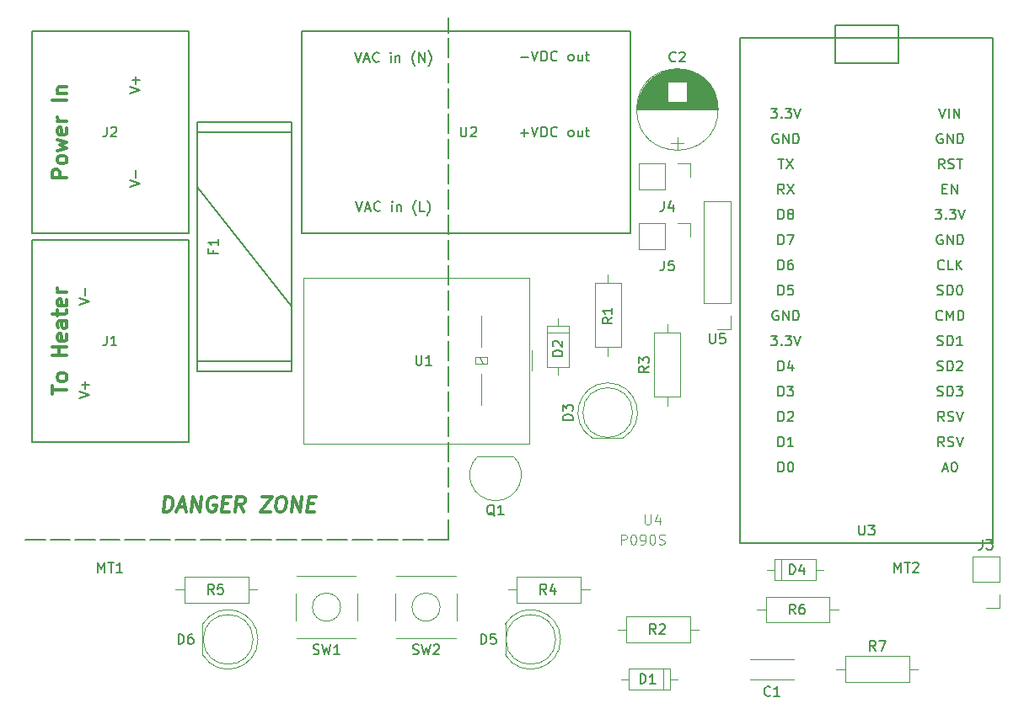
<source format=gto>
G04 #@! TF.FileFunction,Legend,Top*
%FSLAX46Y46*%
G04 Gerber Fmt 4.6, Leading zero omitted, Abs format (unit mm)*
G04 Created by KiCad (PCBNEW 4.0.7-e2-6376~58~ubuntu16.04.1) date Thu Jan  4 15:25:58 2018*
%MOMM*%
%LPD*%
G01*
G04 APERTURE LIST*
%ADD10C,0.100000*%
%ADD11C,0.200000*%
%ADD12C,0.300000*%
%ADD13C,0.150000*%
%ADD14C,0.120000*%
%ADD15C,0.050000*%
G04 APERTURE END LIST*
D10*
D11*
X149000000Y-37000000D02*
X149000000Y-35500000D01*
D12*
X110678571Y-51571428D02*
X109178571Y-51571428D01*
X109178571Y-51000000D01*
X109250000Y-50857142D01*
X109321429Y-50785714D01*
X109464286Y-50714285D01*
X109678571Y-50714285D01*
X109821429Y-50785714D01*
X109892857Y-50857142D01*
X109964286Y-51000000D01*
X109964286Y-51571428D01*
X110678571Y-49857142D02*
X110607143Y-50000000D01*
X110535714Y-50071428D01*
X110392857Y-50142857D01*
X109964286Y-50142857D01*
X109821429Y-50071428D01*
X109750000Y-50000000D01*
X109678571Y-49857142D01*
X109678571Y-49642857D01*
X109750000Y-49500000D01*
X109821429Y-49428571D01*
X109964286Y-49357142D01*
X110392857Y-49357142D01*
X110535714Y-49428571D01*
X110607143Y-49500000D01*
X110678571Y-49642857D01*
X110678571Y-49857142D01*
X109678571Y-48857142D02*
X110678571Y-48571428D01*
X109964286Y-48285714D01*
X110678571Y-47999999D01*
X109678571Y-47714285D01*
X110607143Y-46571428D02*
X110678571Y-46714285D01*
X110678571Y-46999999D01*
X110607143Y-47142856D01*
X110464286Y-47214285D01*
X109892857Y-47214285D01*
X109750000Y-47142856D01*
X109678571Y-46999999D01*
X109678571Y-46714285D01*
X109750000Y-46571428D01*
X109892857Y-46499999D01*
X110035714Y-46499999D01*
X110178571Y-47214285D01*
X110678571Y-45857142D02*
X109678571Y-45857142D01*
X109964286Y-45857142D02*
X109821429Y-45785714D01*
X109750000Y-45714285D01*
X109678571Y-45571428D01*
X109678571Y-45428571D01*
X110678571Y-43785714D02*
X109178571Y-43785714D01*
X109678571Y-43071428D02*
X110678571Y-43071428D01*
X109821429Y-43071428D02*
X109750000Y-43000000D01*
X109678571Y-42857142D01*
X109678571Y-42642857D01*
X109750000Y-42500000D01*
X109892857Y-42428571D01*
X110678571Y-42428571D01*
X109178571Y-73321428D02*
X109178571Y-72464285D01*
X110678571Y-72892856D02*
X109178571Y-72892856D01*
X110678571Y-71749999D02*
X110607143Y-71892857D01*
X110535714Y-71964285D01*
X110392857Y-72035714D01*
X109964286Y-72035714D01*
X109821429Y-71964285D01*
X109750000Y-71892857D01*
X109678571Y-71749999D01*
X109678571Y-71535714D01*
X109750000Y-71392857D01*
X109821429Y-71321428D01*
X109964286Y-71249999D01*
X110392857Y-71249999D01*
X110535714Y-71321428D01*
X110607143Y-71392857D01*
X110678571Y-71535714D01*
X110678571Y-71749999D01*
X110678571Y-69464285D02*
X109178571Y-69464285D01*
X109892857Y-69464285D02*
X109892857Y-68607142D01*
X110678571Y-68607142D02*
X109178571Y-68607142D01*
X110607143Y-67321428D02*
X110678571Y-67464285D01*
X110678571Y-67749999D01*
X110607143Y-67892856D01*
X110464286Y-67964285D01*
X109892857Y-67964285D01*
X109750000Y-67892856D01*
X109678571Y-67749999D01*
X109678571Y-67464285D01*
X109750000Y-67321428D01*
X109892857Y-67249999D01*
X110035714Y-67249999D01*
X110178571Y-67964285D01*
X110678571Y-65964285D02*
X109892857Y-65964285D01*
X109750000Y-66035714D01*
X109678571Y-66178571D01*
X109678571Y-66464285D01*
X109750000Y-66607142D01*
X110607143Y-65964285D02*
X110678571Y-66107142D01*
X110678571Y-66464285D01*
X110607143Y-66607142D01*
X110464286Y-66678571D01*
X110321429Y-66678571D01*
X110178571Y-66607142D01*
X110107143Y-66464285D01*
X110107143Y-66107142D01*
X110035714Y-65964285D01*
X109678571Y-65464285D02*
X109678571Y-64892856D01*
X109178571Y-65249999D02*
X110464286Y-65249999D01*
X110607143Y-65178571D01*
X110678571Y-65035713D01*
X110678571Y-64892856D01*
X110607143Y-63821428D02*
X110678571Y-63964285D01*
X110678571Y-64249999D01*
X110607143Y-64392856D01*
X110464286Y-64464285D01*
X109892857Y-64464285D01*
X109750000Y-64392856D01*
X109678571Y-64249999D01*
X109678571Y-63964285D01*
X109750000Y-63821428D01*
X109892857Y-63749999D01*
X110035714Y-63749999D01*
X110178571Y-64464285D01*
X110678571Y-63107142D02*
X109678571Y-63107142D01*
X109964286Y-63107142D02*
X109821429Y-63035714D01*
X109750000Y-62964285D01*
X109678571Y-62821428D01*
X109678571Y-62678571D01*
D11*
X108500000Y-87960000D02*
X106500000Y-87960000D01*
X111000000Y-87960000D02*
X109000000Y-87960000D01*
X113500000Y-87960000D02*
X111500000Y-87960000D01*
X116000000Y-87960000D02*
X114000000Y-87960000D01*
X149000000Y-87960000D02*
X147000000Y-87960000D01*
X149000000Y-85960000D02*
X149000000Y-87960000D01*
X149000000Y-37500000D02*
X149000000Y-39500000D01*
X149000000Y-40040000D02*
X149000000Y-42040000D01*
X149000000Y-42580000D02*
X149000000Y-44580000D01*
X149000000Y-83220000D02*
X149000000Y-85220000D01*
X149000000Y-80680000D02*
X149000000Y-82680000D01*
X149000000Y-78140000D02*
X149000000Y-80140000D01*
X149000000Y-75600000D02*
X149000000Y-77600000D01*
X149000000Y-73060000D02*
X149000000Y-75060000D01*
X149000000Y-70520000D02*
X149000000Y-72520000D01*
X149000000Y-67980000D02*
X149000000Y-69980000D01*
X149000000Y-65440000D02*
X149000000Y-67440000D01*
X149000000Y-62900000D02*
X149000000Y-64900000D01*
X149000000Y-60360000D02*
X149000000Y-62360000D01*
X149000000Y-57820000D02*
X149000000Y-59820000D01*
X149000000Y-55280000D02*
X149000000Y-57280000D01*
X149000000Y-52740000D02*
X149000000Y-54740000D01*
X149000000Y-50200000D02*
X149000000Y-52200000D01*
X149000000Y-47660000D02*
X149000000Y-49660000D01*
X149000000Y-45120000D02*
X149000000Y-47120000D01*
X144440000Y-88000000D02*
X146440000Y-88000000D01*
X141900000Y-88000000D02*
X143900000Y-88000000D01*
X139360000Y-88000000D02*
X141360000Y-88000000D01*
X136820000Y-88000000D02*
X138820000Y-88000000D01*
X134280000Y-88000000D02*
X136280000Y-88000000D01*
X131740000Y-88000000D02*
X133740000Y-88000000D01*
X129200000Y-88000000D02*
X131200000Y-88000000D01*
X126660000Y-88000000D02*
X128660000Y-88000000D01*
X124120000Y-88000000D02*
X126120000Y-88000000D01*
X121580000Y-88000000D02*
X123580000Y-88000000D01*
X119040000Y-88000000D02*
X121040000Y-88000000D01*
X116500000Y-88000000D02*
X118500000Y-88000000D01*
D12*
X120379465Y-85138571D02*
X120566965Y-83638571D01*
X120924108Y-83638571D01*
X121129464Y-83710000D01*
X121254465Y-83852857D01*
X121308036Y-83995714D01*
X121343750Y-84281429D01*
X121316965Y-84495714D01*
X121209821Y-84781429D01*
X121120536Y-84924286D01*
X120959821Y-85067143D01*
X120736608Y-85138571D01*
X120379465Y-85138571D01*
X121861607Y-84710000D02*
X122575893Y-84710000D01*
X121665179Y-85138571D02*
X122352679Y-83638571D01*
X122665179Y-85138571D01*
X123165179Y-85138571D02*
X123352679Y-83638571D01*
X124022322Y-85138571D01*
X124209822Y-83638571D01*
X125700893Y-83710000D02*
X125566965Y-83638571D01*
X125352679Y-83638571D01*
X125129465Y-83710000D01*
X124968750Y-83852857D01*
X124879465Y-83995714D01*
X124772321Y-84281429D01*
X124745536Y-84495714D01*
X124781250Y-84781429D01*
X124834821Y-84924286D01*
X124959822Y-85067143D01*
X125165179Y-85138571D01*
X125308036Y-85138571D01*
X125531250Y-85067143D01*
X125611608Y-84995714D01*
X125674108Y-84495714D01*
X125388393Y-84495714D01*
X126334822Y-84352857D02*
X126834822Y-84352857D01*
X126950894Y-85138571D02*
X126236608Y-85138571D01*
X126424108Y-83638571D01*
X127138394Y-83638571D01*
X128450894Y-85138571D02*
X128040179Y-84424286D01*
X127593751Y-85138571D02*
X127781251Y-83638571D01*
X128352679Y-83638571D01*
X128486608Y-83710000D01*
X128549107Y-83781429D01*
X128602679Y-83924286D01*
X128575894Y-84138571D01*
X128486607Y-84281429D01*
X128406251Y-84352857D01*
X128254464Y-84424286D01*
X127683036Y-84424286D01*
X130281251Y-83638571D02*
X131281251Y-83638571D01*
X130093751Y-85138571D01*
X131093751Y-85138571D01*
X132138393Y-83638571D02*
X132424107Y-83638571D01*
X132558036Y-83710000D01*
X132683036Y-83852857D01*
X132718750Y-84138571D01*
X132656250Y-84638571D01*
X132549107Y-84924286D01*
X132388393Y-85067143D01*
X132236607Y-85138571D01*
X131950893Y-85138571D01*
X131816964Y-85067143D01*
X131691964Y-84924286D01*
X131656250Y-84638571D01*
X131718750Y-84138571D01*
X131825893Y-83852857D01*
X131986607Y-83710000D01*
X132138393Y-83638571D01*
X133236608Y-85138571D02*
X133424108Y-83638571D01*
X134093751Y-85138571D01*
X134281251Y-83638571D01*
X134906251Y-84352857D02*
X135406251Y-84352857D01*
X135522323Y-85138571D02*
X134808037Y-85138571D01*
X134995537Y-83638571D01*
X135709823Y-83638571D01*
D13*
X194175000Y-36250000D02*
X187825000Y-36250000D01*
X187825000Y-36250000D02*
X187825000Y-40060000D01*
X187825000Y-40060000D02*
X194175000Y-40060000D01*
X194175000Y-40060000D02*
X194175000Y-37520000D01*
X194175000Y-37520000D02*
X194175000Y-36250000D01*
X203700000Y-88320000D02*
X203700000Y-37520000D01*
X203700000Y-37520000D02*
X178300000Y-37520000D01*
X178300000Y-37520000D02*
X178300000Y-88320000D01*
X178300000Y-88320000D02*
X203700000Y-88320000D01*
X123750000Y-46000000D02*
X133250000Y-46000000D01*
X123750000Y-47000000D02*
X123750000Y-46000000D01*
X133250000Y-46000000D02*
X133250000Y-47000000D01*
X133250000Y-70000000D02*
X133250000Y-71000000D01*
X133250000Y-71000000D02*
X123750000Y-71000000D01*
X123750000Y-71000000D02*
X123750000Y-70250000D01*
X123750000Y-70250000D02*
X123750000Y-70000000D01*
X133250000Y-64500000D02*
X123750000Y-52500000D01*
X133250000Y-70000000D02*
X123750000Y-70000000D01*
X123750000Y-70000000D02*
X123750000Y-47000000D01*
X123750000Y-47000000D02*
X133250000Y-47000000D01*
X133250000Y-47000000D02*
X133250000Y-70000000D01*
X164700000Y-36840000D02*
X167240000Y-36840000D01*
X167240000Y-36840000D02*
X167240000Y-57160000D01*
X167240000Y-57160000D02*
X164700000Y-57160000D01*
X136760000Y-57160000D02*
X134220000Y-57160000D01*
X134220000Y-57160000D02*
X134220000Y-36840000D01*
X134220000Y-36840000D02*
X136760000Y-36840000D01*
X164700000Y-36840000D02*
X136760000Y-36840000D01*
X136760000Y-57160000D02*
X164700000Y-57160000D01*
D14*
X161060000Y-66500000D02*
X158940000Y-66500000D01*
X158940000Y-66500000D02*
X158940000Y-70620000D01*
X158940000Y-70620000D02*
X161060000Y-70620000D01*
X161060000Y-70620000D02*
X161060000Y-66500000D01*
X160000000Y-65730000D02*
X160000000Y-66500000D01*
X160000000Y-71390000D02*
X160000000Y-70620000D01*
X161060000Y-67160000D02*
X158940000Y-67160000D01*
X155530000Y-79610000D02*
X151930000Y-79610000D01*
X155568478Y-79621522D02*
G75*
G02X153730000Y-84060000I-1838478J-1838478D01*
G01*
X151891522Y-79621522D02*
G75*
G03X153730000Y-84060000I1838478J-1838478D01*
G01*
X129860000Y-98000462D02*
G75*
G03X124310000Y-96455170I-2990000J462D01*
G01*
X129860000Y-97999538D02*
G75*
G02X124310000Y-99544830I-2990000J-462D01*
G01*
X129370000Y-98000000D02*
G75*
G03X129370000Y-98000000I-2500000J0D01*
G01*
X124310000Y-96455000D02*
X124310000Y-99545000D01*
X138164214Y-94750000D02*
G75*
G03X138164214Y-94750000I-1414214J0D01*
G01*
X139720000Y-91630000D02*
X133780000Y-91630000D01*
X139720000Y-97870000D02*
X133780000Y-97870000D01*
X139870000Y-93410000D02*
X139870000Y-96090000D01*
X133630000Y-96090000D02*
X133630000Y-93410000D01*
X148164214Y-94750000D02*
G75*
G03X148164214Y-94750000I-1414214J0D01*
G01*
X149720000Y-91630000D02*
X143780000Y-91630000D01*
X149720000Y-97870000D02*
X143780000Y-97870000D01*
X149870000Y-93410000D02*
X149870000Y-96090000D01*
X143630000Y-96090000D02*
X143630000Y-93410000D01*
X204330000Y-89630000D02*
X201670000Y-89630000D01*
X204330000Y-92230000D02*
X204330000Y-89630000D01*
X201670000Y-92230000D02*
X201670000Y-89630000D01*
X204330000Y-92230000D02*
X201670000Y-92230000D01*
X204330000Y-93500000D02*
X204330000Y-94830000D01*
X204330000Y-94830000D02*
X203000000Y-94830000D01*
X134450000Y-78310000D02*
X157150000Y-78310000D01*
X157150000Y-78310000D02*
X157150000Y-61610000D01*
X157150000Y-61610000D02*
X134450000Y-61610000D01*
X134450000Y-61610000D02*
X134450000Y-78310000D01*
X152100000Y-69610000D02*
X152500000Y-70310000D01*
X151700000Y-70310000D02*
X152900000Y-70310000D01*
X152900000Y-70310000D02*
X152900000Y-69610000D01*
X152900000Y-69610000D02*
X151700000Y-69610000D01*
X151700000Y-69610000D02*
X151700000Y-70310000D01*
X157410000Y-68960000D02*
X157410000Y-70960000D01*
X152300000Y-65460000D02*
X152300000Y-68610000D01*
X152300000Y-71310000D02*
X152300000Y-74460000D01*
X171250000Y-103060000D02*
X171250000Y-100940000D01*
X171250000Y-100940000D02*
X167130000Y-100940000D01*
X167130000Y-100940000D02*
X167130000Y-103060000D01*
X167130000Y-103060000D02*
X171250000Y-103060000D01*
X172020000Y-102000000D02*
X171250000Y-102000000D01*
X166360000Y-102000000D02*
X167130000Y-102000000D01*
X170590000Y-103060000D02*
X170590000Y-100940000D01*
X181750000Y-89940000D02*
X181750000Y-92060000D01*
X181750000Y-92060000D02*
X185870000Y-92060000D01*
X185870000Y-92060000D02*
X185870000Y-89940000D01*
X185870000Y-89940000D02*
X181750000Y-89940000D01*
X180980000Y-91000000D02*
X181750000Y-91000000D01*
X186640000Y-91000000D02*
X185870000Y-91000000D01*
X182410000Y-89940000D02*
X182410000Y-92060000D01*
X160260000Y-98000462D02*
G75*
G03X154710000Y-96455170I-2990000J462D01*
G01*
X160260000Y-97999538D02*
G75*
G02X154710000Y-99544830I-2990000J-462D01*
G01*
X159770000Y-98000000D02*
G75*
G03X159770000Y-98000000I-2500000J0D01*
G01*
X154710000Y-96455000D02*
X154710000Y-99545000D01*
X165000462Y-72200000D02*
G75*
G03X163455170Y-77750000I-462J-2990000D01*
G01*
X164999538Y-72200000D02*
G75*
G02X166544830Y-77750000I462J-2990000D01*
G01*
X167500000Y-75190000D02*
G75*
G03X167500000Y-75190000I-2500000J0D01*
G01*
X163455000Y-77750000D02*
X166545000Y-77750000D01*
X177330000Y-53970000D02*
X174670000Y-53970000D01*
X177330000Y-64190000D02*
X177330000Y-53970000D01*
X174670000Y-64190000D02*
X174670000Y-53970000D01*
X177330000Y-64190000D02*
X174670000Y-64190000D01*
X177330000Y-65460000D02*
X177330000Y-66790000D01*
X177330000Y-66790000D02*
X176000000Y-66790000D01*
X180870000Y-93690000D02*
X180870000Y-96310000D01*
X180870000Y-96310000D02*
X187290000Y-96310000D01*
X187290000Y-96310000D02*
X187290000Y-93690000D01*
X187290000Y-93690000D02*
X180870000Y-93690000D01*
X179980000Y-95000000D02*
X180870000Y-95000000D01*
X188180000Y-95000000D02*
X187290000Y-95000000D01*
X163690000Y-68590000D02*
X166310000Y-68590000D01*
X166310000Y-68590000D02*
X166310000Y-62170000D01*
X166310000Y-62170000D02*
X163690000Y-62170000D01*
X163690000Y-62170000D02*
X163690000Y-68590000D01*
X165000000Y-69480000D02*
X165000000Y-68590000D01*
X165000000Y-61280000D02*
X165000000Y-62170000D01*
X166870000Y-95690000D02*
X166870000Y-98310000D01*
X166870000Y-98310000D02*
X173290000Y-98310000D01*
X173290000Y-98310000D02*
X173290000Y-95690000D01*
X173290000Y-95690000D02*
X166870000Y-95690000D01*
X165980000Y-97000000D02*
X166870000Y-97000000D01*
X174180000Y-97000000D02*
X173290000Y-97000000D01*
X155870000Y-91690000D02*
X155870000Y-94310000D01*
X155870000Y-94310000D02*
X162290000Y-94310000D01*
X162290000Y-94310000D02*
X162290000Y-91690000D01*
X162290000Y-91690000D02*
X155870000Y-91690000D01*
X154980000Y-93000000D02*
X155870000Y-93000000D01*
X163180000Y-93000000D02*
X162290000Y-93000000D01*
X122470000Y-91690000D02*
X122470000Y-94310000D01*
X122470000Y-94310000D02*
X128890000Y-94310000D01*
X128890000Y-94310000D02*
X128890000Y-91690000D01*
X128890000Y-91690000D02*
X122470000Y-91690000D01*
X121580000Y-93000000D02*
X122470000Y-93000000D01*
X129780000Y-93000000D02*
X128890000Y-93000000D01*
X183710000Y-102010000D02*
X179290000Y-102010000D01*
X183710000Y-99990000D02*
X179290000Y-99990000D01*
X183710000Y-102010000D02*
X183710000Y-101996000D01*
X183710000Y-100004000D02*
X183710000Y-99990000D01*
X179290000Y-102010000D02*
X179290000Y-101996000D01*
X179290000Y-100004000D02*
X179290000Y-99990000D01*
X188870000Y-99690000D02*
X188870000Y-102310000D01*
X188870000Y-102310000D02*
X195290000Y-102310000D01*
X195290000Y-102310000D02*
X195290000Y-99690000D01*
X195290000Y-99690000D02*
X188870000Y-99690000D01*
X187980000Y-101000000D02*
X188870000Y-101000000D01*
X196180000Y-101000000D02*
X195290000Y-101000000D01*
X168130000Y-50130000D02*
X168130000Y-52790000D01*
X170730000Y-50130000D02*
X168130000Y-50130000D01*
X170730000Y-52790000D02*
X168130000Y-52790000D01*
X170730000Y-50130000D02*
X170730000Y-52790000D01*
X172000000Y-50130000D02*
X173330000Y-50130000D01*
X173330000Y-50130000D02*
X173330000Y-51460000D01*
X168130000Y-56130000D02*
X168130000Y-58790000D01*
X170730000Y-56130000D02*
X168130000Y-56130000D01*
X170730000Y-58790000D02*
X168130000Y-58790000D01*
X170730000Y-56130000D02*
X170730000Y-58790000D01*
X172000000Y-56130000D02*
X173330000Y-56130000D01*
X173330000Y-56130000D02*
X173330000Y-57460000D01*
D13*
X107126000Y-59364000D02*
X107126000Y-57840000D01*
X107126000Y-57840000D02*
X122874000Y-57840000D01*
X122874000Y-57840000D02*
X122874000Y-59364000D01*
X122874000Y-59364000D02*
X122874000Y-78160000D01*
X122874000Y-78160000D02*
X107126000Y-78160000D01*
X107126000Y-78160000D02*
X107126000Y-59364000D01*
X122874000Y-55636000D02*
X122874000Y-57160000D01*
X122874000Y-57160000D02*
X107126000Y-57160000D01*
X107126000Y-57160000D02*
X107126000Y-55636000D01*
X107126000Y-55636000D02*
X107126000Y-36840000D01*
X107126000Y-36840000D02*
X122874000Y-36840000D01*
X122874000Y-36840000D02*
X122874000Y-55636000D01*
D14*
X176090000Y-44710000D02*
G75*
G03X176090000Y-44710000I-4090000J0D01*
G01*
X167950000Y-44710000D02*
X176050000Y-44710000D01*
X167950000Y-44670000D02*
X176050000Y-44670000D01*
X167950000Y-44630000D02*
X176050000Y-44630000D01*
X167951000Y-44590000D02*
X176049000Y-44590000D01*
X167953000Y-44550000D02*
X176047000Y-44550000D01*
X167954000Y-44510000D02*
X176046000Y-44510000D01*
X167957000Y-44470000D02*
X176043000Y-44470000D01*
X167959000Y-44430000D02*
X176041000Y-44430000D01*
X167962000Y-44390000D02*
X176038000Y-44390000D01*
X167965000Y-44350000D02*
X176035000Y-44350000D01*
X167969000Y-44310000D02*
X176031000Y-44310000D01*
X167973000Y-44270000D02*
X176027000Y-44270000D01*
X167978000Y-44230000D02*
X176022000Y-44230000D01*
X167983000Y-44190000D02*
X176017000Y-44190000D01*
X167988000Y-44150000D02*
X176012000Y-44150000D01*
X167994000Y-44110000D02*
X176006000Y-44110000D01*
X168000000Y-44070000D02*
X176000000Y-44070000D01*
X168006000Y-44030000D02*
X175994000Y-44030000D01*
X168013000Y-43989000D02*
X175987000Y-43989000D01*
X168021000Y-43949000D02*
X175979000Y-43949000D01*
X168029000Y-43909000D02*
X171020000Y-43909000D01*
X172980000Y-43909000D02*
X175971000Y-43909000D01*
X168037000Y-43869000D02*
X171020000Y-43869000D01*
X172980000Y-43869000D02*
X175963000Y-43869000D01*
X168045000Y-43829000D02*
X171020000Y-43829000D01*
X172980000Y-43829000D02*
X175955000Y-43829000D01*
X168054000Y-43789000D02*
X171020000Y-43789000D01*
X172980000Y-43789000D02*
X175946000Y-43789000D01*
X168064000Y-43749000D02*
X171020000Y-43749000D01*
X172980000Y-43749000D02*
X175936000Y-43749000D01*
X168074000Y-43709000D02*
X171020000Y-43709000D01*
X172980000Y-43709000D02*
X175926000Y-43709000D01*
X168084000Y-43669000D02*
X171020000Y-43669000D01*
X172980000Y-43669000D02*
X175916000Y-43669000D01*
X168095000Y-43629000D02*
X171020000Y-43629000D01*
X172980000Y-43629000D02*
X175905000Y-43629000D01*
X168106000Y-43589000D02*
X171020000Y-43589000D01*
X172980000Y-43589000D02*
X175894000Y-43589000D01*
X168117000Y-43549000D02*
X171020000Y-43549000D01*
X172980000Y-43549000D02*
X175883000Y-43549000D01*
X168130000Y-43509000D02*
X171020000Y-43509000D01*
X172980000Y-43509000D02*
X175870000Y-43509000D01*
X168142000Y-43469000D02*
X171020000Y-43469000D01*
X172980000Y-43469000D02*
X175858000Y-43469000D01*
X168155000Y-43429000D02*
X171020000Y-43429000D01*
X172980000Y-43429000D02*
X175845000Y-43429000D01*
X168168000Y-43389000D02*
X171020000Y-43389000D01*
X172980000Y-43389000D02*
X175832000Y-43389000D01*
X168182000Y-43349000D02*
X171020000Y-43349000D01*
X172980000Y-43349000D02*
X175818000Y-43349000D01*
X168197000Y-43309000D02*
X171020000Y-43309000D01*
X172980000Y-43309000D02*
X175803000Y-43309000D01*
X168211000Y-43269000D02*
X171020000Y-43269000D01*
X172980000Y-43269000D02*
X175789000Y-43269000D01*
X168227000Y-43229000D02*
X171020000Y-43229000D01*
X172980000Y-43229000D02*
X175773000Y-43229000D01*
X168242000Y-43189000D02*
X171020000Y-43189000D01*
X172980000Y-43189000D02*
X175758000Y-43189000D01*
X168259000Y-43149000D02*
X171020000Y-43149000D01*
X172980000Y-43149000D02*
X175741000Y-43149000D01*
X168275000Y-43109000D02*
X171020000Y-43109000D01*
X172980000Y-43109000D02*
X175725000Y-43109000D01*
X168293000Y-43069000D02*
X171020000Y-43069000D01*
X172980000Y-43069000D02*
X175707000Y-43069000D01*
X168310000Y-43029000D02*
X171020000Y-43029000D01*
X172980000Y-43029000D02*
X175690000Y-43029000D01*
X168329000Y-42989000D02*
X171020000Y-42989000D01*
X172980000Y-42989000D02*
X175671000Y-42989000D01*
X168348000Y-42949000D02*
X171020000Y-42949000D01*
X172980000Y-42949000D02*
X175652000Y-42949000D01*
X168367000Y-42909000D02*
X171020000Y-42909000D01*
X172980000Y-42909000D02*
X175633000Y-42909000D01*
X168387000Y-42869000D02*
X171020000Y-42869000D01*
X172980000Y-42869000D02*
X175613000Y-42869000D01*
X168407000Y-42829000D02*
X171020000Y-42829000D01*
X172980000Y-42829000D02*
X175593000Y-42829000D01*
X168428000Y-42789000D02*
X171020000Y-42789000D01*
X172980000Y-42789000D02*
X175572000Y-42789000D01*
X168450000Y-42749000D02*
X171020000Y-42749000D01*
X172980000Y-42749000D02*
X175550000Y-42749000D01*
X168472000Y-42709000D02*
X171020000Y-42709000D01*
X172980000Y-42709000D02*
X175528000Y-42709000D01*
X168495000Y-42669000D02*
X171020000Y-42669000D01*
X172980000Y-42669000D02*
X175505000Y-42669000D01*
X168518000Y-42629000D02*
X171020000Y-42629000D01*
X172980000Y-42629000D02*
X175482000Y-42629000D01*
X168542000Y-42589000D02*
X171020000Y-42589000D01*
X172980000Y-42589000D02*
X175458000Y-42589000D01*
X168566000Y-42549000D02*
X171020000Y-42549000D01*
X172980000Y-42549000D02*
X175434000Y-42549000D01*
X168592000Y-42509000D02*
X171020000Y-42509000D01*
X172980000Y-42509000D02*
X175408000Y-42509000D01*
X168617000Y-42469000D02*
X171020000Y-42469000D01*
X172980000Y-42469000D02*
X175383000Y-42469000D01*
X168644000Y-42429000D02*
X171020000Y-42429000D01*
X172980000Y-42429000D02*
X175356000Y-42429000D01*
X168671000Y-42389000D02*
X171020000Y-42389000D01*
X172980000Y-42389000D02*
X175329000Y-42389000D01*
X168699000Y-42349000D02*
X171020000Y-42349000D01*
X172980000Y-42349000D02*
X175301000Y-42349000D01*
X168728000Y-42309000D02*
X171020000Y-42309000D01*
X172980000Y-42309000D02*
X175272000Y-42309000D01*
X168757000Y-42269000D02*
X171020000Y-42269000D01*
X172980000Y-42269000D02*
X175243000Y-42269000D01*
X168787000Y-42229000D02*
X171020000Y-42229000D01*
X172980000Y-42229000D02*
X175213000Y-42229000D01*
X168818000Y-42189000D02*
X171020000Y-42189000D01*
X172980000Y-42189000D02*
X175182000Y-42189000D01*
X168850000Y-42149000D02*
X171020000Y-42149000D01*
X172980000Y-42149000D02*
X175150000Y-42149000D01*
X168882000Y-42109000D02*
X171020000Y-42109000D01*
X172980000Y-42109000D02*
X175118000Y-42109000D01*
X168916000Y-42069000D02*
X171020000Y-42069000D01*
X172980000Y-42069000D02*
X175084000Y-42069000D01*
X168950000Y-42029000D02*
X171020000Y-42029000D01*
X172980000Y-42029000D02*
X175050000Y-42029000D01*
X168985000Y-41989000D02*
X171020000Y-41989000D01*
X172980000Y-41989000D02*
X175015000Y-41989000D01*
X169021000Y-41949000D02*
X174979000Y-41949000D01*
X169058000Y-41909000D02*
X174942000Y-41909000D01*
X169096000Y-41869000D02*
X174904000Y-41869000D01*
X169135000Y-41829000D02*
X174865000Y-41829000D01*
X169176000Y-41789000D02*
X174824000Y-41789000D01*
X169217000Y-41749000D02*
X174783000Y-41749000D01*
X169260000Y-41709000D02*
X174740000Y-41709000D01*
X169303000Y-41669000D02*
X174697000Y-41669000D01*
X169348000Y-41629000D02*
X174652000Y-41629000D01*
X169395000Y-41589000D02*
X174605000Y-41589000D01*
X169443000Y-41549000D02*
X174557000Y-41549000D01*
X169492000Y-41509000D02*
X174508000Y-41509000D01*
X169543000Y-41469000D02*
X174457000Y-41469000D01*
X169596000Y-41429000D02*
X174404000Y-41429000D01*
X169651000Y-41389000D02*
X174349000Y-41389000D01*
X169707000Y-41349000D02*
X174293000Y-41349000D01*
X169766000Y-41309000D02*
X174234000Y-41309000D01*
X169827000Y-41269000D02*
X174173000Y-41269000D01*
X169891000Y-41229000D02*
X174109000Y-41229000D01*
X169957000Y-41189000D02*
X174043000Y-41189000D01*
X170026000Y-41149000D02*
X173974000Y-41149000D01*
X170098000Y-41109000D02*
X173902000Y-41109000D01*
X170174000Y-41069000D02*
X173826000Y-41069000D01*
X170255000Y-41029000D02*
X173745000Y-41029000D01*
X170340000Y-40989000D02*
X173660000Y-40989000D01*
X170430000Y-40949000D02*
X173570000Y-40949000D01*
X170527000Y-40909000D02*
X173473000Y-40909000D01*
X170631000Y-40869000D02*
X173369000Y-40869000D01*
X170746000Y-40829000D02*
X173254000Y-40829000D01*
X170873000Y-40789000D02*
X173127000Y-40789000D01*
X171017000Y-40749000D02*
X172983000Y-40749000D01*
X171186000Y-40709000D02*
X172814000Y-40709000D01*
X171402000Y-40669000D02*
X172598000Y-40669000D01*
X171754000Y-40629000D02*
X172246000Y-40629000D01*
X172000000Y-48660000D02*
X172000000Y-47460000D01*
X171350000Y-48060000D02*
X172650000Y-48060000D01*
X169690000Y-73590000D02*
X172310000Y-73590000D01*
X172310000Y-73590000D02*
X172310000Y-67170000D01*
X172310000Y-67170000D02*
X169690000Y-67170000D01*
X169690000Y-67170000D02*
X169690000Y-73590000D01*
X171000000Y-74480000D02*
X171000000Y-73590000D01*
X171000000Y-66280000D02*
X171000000Y-67170000D01*
D13*
X190238095Y-86502381D02*
X190238095Y-87311905D01*
X190285714Y-87407143D01*
X190333333Y-87454762D01*
X190428571Y-87502381D01*
X190619048Y-87502381D01*
X190714286Y-87454762D01*
X190761905Y-87407143D01*
X190809524Y-87311905D01*
X190809524Y-86502381D01*
X191190476Y-86502381D02*
X191809524Y-86502381D01*
X191476190Y-86883333D01*
X191619048Y-86883333D01*
X191714286Y-86930952D01*
X191761905Y-86978571D01*
X191809524Y-87073810D01*
X191809524Y-87311905D01*
X191761905Y-87407143D01*
X191714286Y-87454762D01*
X191619048Y-87502381D01*
X191333333Y-87502381D01*
X191238095Y-87454762D01*
X191190476Y-87407143D01*
X198620096Y-47180000D02*
X198524858Y-47132381D01*
X198382001Y-47132381D01*
X198239143Y-47180000D01*
X198143905Y-47275238D01*
X198096286Y-47370476D01*
X198048667Y-47560952D01*
X198048667Y-47703810D01*
X198096286Y-47894286D01*
X198143905Y-47989524D01*
X198239143Y-48084762D01*
X198382001Y-48132381D01*
X198477239Y-48132381D01*
X198620096Y-48084762D01*
X198667715Y-48037143D01*
X198667715Y-47703810D01*
X198477239Y-47703810D01*
X199096286Y-48132381D02*
X199096286Y-47132381D01*
X199667715Y-48132381D01*
X199667715Y-47132381D01*
X200143905Y-48132381D02*
X200143905Y-47132381D01*
X200382000Y-47132381D01*
X200524858Y-47180000D01*
X200620096Y-47275238D01*
X200667715Y-47370476D01*
X200715334Y-47560952D01*
X200715334Y-47703810D01*
X200667715Y-47894286D01*
X200620096Y-47989524D01*
X200524858Y-48084762D01*
X200382000Y-48132381D01*
X200143905Y-48132381D01*
X198834381Y-50672381D02*
X198501047Y-50196190D01*
X198262952Y-50672381D02*
X198262952Y-49672381D01*
X198643905Y-49672381D01*
X198739143Y-49720000D01*
X198786762Y-49767619D01*
X198834381Y-49862857D01*
X198834381Y-50005714D01*
X198786762Y-50100952D01*
X198739143Y-50148571D01*
X198643905Y-50196190D01*
X198262952Y-50196190D01*
X199215333Y-50624762D02*
X199358190Y-50672381D01*
X199596286Y-50672381D01*
X199691524Y-50624762D01*
X199739143Y-50577143D01*
X199786762Y-50481905D01*
X199786762Y-50386667D01*
X199739143Y-50291429D01*
X199691524Y-50243810D01*
X199596286Y-50196190D01*
X199405809Y-50148571D01*
X199310571Y-50100952D01*
X199262952Y-50053333D01*
X199215333Y-49958095D01*
X199215333Y-49862857D01*
X199262952Y-49767619D01*
X199310571Y-49720000D01*
X199405809Y-49672381D01*
X199643905Y-49672381D01*
X199786762Y-49720000D01*
X200072476Y-49672381D02*
X200643905Y-49672381D01*
X200358190Y-50672381D02*
X200358190Y-49672381D01*
X198643905Y-52688571D02*
X198977239Y-52688571D01*
X199120096Y-53212381D02*
X198643905Y-53212381D01*
X198643905Y-52212381D01*
X199120096Y-52212381D01*
X199548667Y-53212381D02*
X199548667Y-52212381D01*
X200120096Y-53212381D01*
X200120096Y-52212381D01*
X197905810Y-54752381D02*
X198524858Y-54752381D01*
X198191524Y-55133333D01*
X198334382Y-55133333D01*
X198429620Y-55180952D01*
X198477239Y-55228571D01*
X198524858Y-55323810D01*
X198524858Y-55561905D01*
X198477239Y-55657143D01*
X198429620Y-55704762D01*
X198334382Y-55752381D01*
X198048667Y-55752381D01*
X197953429Y-55704762D01*
X197905810Y-55657143D01*
X198953429Y-55657143D02*
X199001048Y-55704762D01*
X198953429Y-55752381D01*
X198905810Y-55704762D01*
X198953429Y-55657143D01*
X198953429Y-55752381D01*
X199334381Y-54752381D02*
X199953429Y-54752381D01*
X199620095Y-55133333D01*
X199762953Y-55133333D01*
X199858191Y-55180952D01*
X199905810Y-55228571D01*
X199953429Y-55323810D01*
X199953429Y-55561905D01*
X199905810Y-55657143D01*
X199858191Y-55704762D01*
X199762953Y-55752381D01*
X199477238Y-55752381D01*
X199382000Y-55704762D01*
X199334381Y-55657143D01*
X200239143Y-54752381D02*
X200572476Y-55752381D01*
X200905810Y-54752381D01*
X198620096Y-57340000D02*
X198524858Y-57292381D01*
X198382001Y-57292381D01*
X198239143Y-57340000D01*
X198143905Y-57435238D01*
X198096286Y-57530476D01*
X198048667Y-57720952D01*
X198048667Y-57863810D01*
X198096286Y-58054286D01*
X198143905Y-58149524D01*
X198239143Y-58244762D01*
X198382001Y-58292381D01*
X198477239Y-58292381D01*
X198620096Y-58244762D01*
X198667715Y-58197143D01*
X198667715Y-57863810D01*
X198477239Y-57863810D01*
X199096286Y-58292381D02*
X199096286Y-57292381D01*
X199667715Y-58292381D01*
X199667715Y-57292381D01*
X200143905Y-58292381D02*
X200143905Y-57292381D01*
X200382000Y-57292381D01*
X200524858Y-57340000D01*
X200620096Y-57435238D01*
X200667715Y-57530476D01*
X200715334Y-57720952D01*
X200715334Y-57863810D01*
X200667715Y-58054286D01*
X200620096Y-58149524D01*
X200524858Y-58244762D01*
X200382000Y-58292381D01*
X200143905Y-58292381D01*
X198786762Y-60737143D02*
X198739143Y-60784762D01*
X198596286Y-60832381D01*
X198501048Y-60832381D01*
X198358190Y-60784762D01*
X198262952Y-60689524D01*
X198215333Y-60594286D01*
X198167714Y-60403810D01*
X198167714Y-60260952D01*
X198215333Y-60070476D01*
X198262952Y-59975238D01*
X198358190Y-59880000D01*
X198501048Y-59832381D01*
X198596286Y-59832381D01*
X198739143Y-59880000D01*
X198786762Y-59927619D01*
X199691524Y-60832381D02*
X199215333Y-60832381D01*
X199215333Y-59832381D01*
X200024857Y-60832381D02*
X200024857Y-59832381D01*
X200596286Y-60832381D02*
X200167714Y-60260952D01*
X200596286Y-59832381D02*
X200024857Y-60403810D01*
X198120095Y-63324762D02*
X198262952Y-63372381D01*
X198501048Y-63372381D01*
X198596286Y-63324762D01*
X198643905Y-63277143D01*
X198691524Y-63181905D01*
X198691524Y-63086667D01*
X198643905Y-62991429D01*
X198596286Y-62943810D01*
X198501048Y-62896190D01*
X198310571Y-62848571D01*
X198215333Y-62800952D01*
X198167714Y-62753333D01*
X198120095Y-62658095D01*
X198120095Y-62562857D01*
X198167714Y-62467619D01*
X198215333Y-62420000D01*
X198310571Y-62372381D01*
X198548667Y-62372381D01*
X198691524Y-62420000D01*
X199120095Y-63372381D02*
X199120095Y-62372381D01*
X199358190Y-62372381D01*
X199501048Y-62420000D01*
X199596286Y-62515238D01*
X199643905Y-62610476D01*
X199691524Y-62800952D01*
X199691524Y-62943810D01*
X199643905Y-63134286D01*
X199596286Y-63229524D01*
X199501048Y-63324762D01*
X199358190Y-63372381D01*
X199120095Y-63372381D01*
X200310571Y-62372381D02*
X200405810Y-62372381D01*
X200501048Y-62420000D01*
X200548667Y-62467619D01*
X200596286Y-62562857D01*
X200643905Y-62753333D01*
X200643905Y-62991429D01*
X200596286Y-63181905D01*
X200548667Y-63277143D01*
X200501048Y-63324762D01*
X200405810Y-63372381D01*
X200310571Y-63372381D01*
X200215333Y-63324762D01*
X200167714Y-63277143D01*
X200120095Y-63181905D01*
X200072476Y-62991429D01*
X200072476Y-62753333D01*
X200120095Y-62562857D01*
X200167714Y-62467619D01*
X200215333Y-62420000D01*
X200310571Y-62372381D01*
X198620096Y-65817143D02*
X198572477Y-65864762D01*
X198429620Y-65912381D01*
X198334382Y-65912381D01*
X198191524Y-65864762D01*
X198096286Y-65769524D01*
X198048667Y-65674286D01*
X198001048Y-65483810D01*
X198001048Y-65340952D01*
X198048667Y-65150476D01*
X198096286Y-65055238D01*
X198191524Y-64960000D01*
X198334382Y-64912381D01*
X198429620Y-64912381D01*
X198572477Y-64960000D01*
X198620096Y-65007619D01*
X199048667Y-65912381D02*
X199048667Y-64912381D01*
X199382001Y-65626667D01*
X199715334Y-64912381D01*
X199715334Y-65912381D01*
X200191524Y-65912381D02*
X200191524Y-64912381D01*
X200429619Y-64912381D01*
X200572477Y-64960000D01*
X200667715Y-65055238D01*
X200715334Y-65150476D01*
X200762953Y-65340952D01*
X200762953Y-65483810D01*
X200715334Y-65674286D01*
X200667715Y-65769524D01*
X200572477Y-65864762D01*
X200429619Y-65912381D01*
X200191524Y-65912381D01*
X198120095Y-68404762D02*
X198262952Y-68452381D01*
X198501048Y-68452381D01*
X198596286Y-68404762D01*
X198643905Y-68357143D01*
X198691524Y-68261905D01*
X198691524Y-68166667D01*
X198643905Y-68071429D01*
X198596286Y-68023810D01*
X198501048Y-67976190D01*
X198310571Y-67928571D01*
X198215333Y-67880952D01*
X198167714Y-67833333D01*
X198120095Y-67738095D01*
X198120095Y-67642857D01*
X198167714Y-67547619D01*
X198215333Y-67500000D01*
X198310571Y-67452381D01*
X198548667Y-67452381D01*
X198691524Y-67500000D01*
X199120095Y-68452381D02*
X199120095Y-67452381D01*
X199358190Y-67452381D01*
X199501048Y-67500000D01*
X199596286Y-67595238D01*
X199643905Y-67690476D01*
X199691524Y-67880952D01*
X199691524Y-68023810D01*
X199643905Y-68214286D01*
X199596286Y-68309524D01*
X199501048Y-68404762D01*
X199358190Y-68452381D01*
X199120095Y-68452381D01*
X200643905Y-68452381D02*
X200072476Y-68452381D01*
X200358190Y-68452381D02*
X200358190Y-67452381D01*
X200262952Y-67595238D01*
X200167714Y-67690476D01*
X200072476Y-67738095D01*
X198120095Y-70944762D02*
X198262952Y-70992381D01*
X198501048Y-70992381D01*
X198596286Y-70944762D01*
X198643905Y-70897143D01*
X198691524Y-70801905D01*
X198691524Y-70706667D01*
X198643905Y-70611429D01*
X198596286Y-70563810D01*
X198501048Y-70516190D01*
X198310571Y-70468571D01*
X198215333Y-70420952D01*
X198167714Y-70373333D01*
X198120095Y-70278095D01*
X198120095Y-70182857D01*
X198167714Y-70087619D01*
X198215333Y-70040000D01*
X198310571Y-69992381D01*
X198548667Y-69992381D01*
X198691524Y-70040000D01*
X199120095Y-70992381D02*
X199120095Y-69992381D01*
X199358190Y-69992381D01*
X199501048Y-70040000D01*
X199596286Y-70135238D01*
X199643905Y-70230476D01*
X199691524Y-70420952D01*
X199691524Y-70563810D01*
X199643905Y-70754286D01*
X199596286Y-70849524D01*
X199501048Y-70944762D01*
X199358190Y-70992381D01*
X199120095Y-70992381D01*
X200072476Y-70087619D02*
X200120095Y-70040000D01*
X200215333Y-69992381D01*
X200453429Y-69992381D01*
X200548667Y-70040000D01*
X200596286Y-70087619D01*
X200643905Y-70182857D01*
X200643905Y-70278095D01*
X200596286Y-70420952D01*
X200024857Y-70992381D01*
X200643905Y-70992381D01*
X198120095Y-73484762D02*
X198262952Y-73532381D01*
X198501048Y-73532381D01*
X198596286Y-73484762D01*
X198643905Y-73437143D01*
X198691524Y-73341905D01*
X198691524Y-73246667D01*
X198643905Y-73151429D01*
X198596286Y-73103810D01*
X198501048Y-73056190D01*
X198310571Y-73008571D01*
X198215333Y-72960952D01*
X198167714Y-72913333D01*
X198120095Y-72818095D01*
X198120095Y-72722857D01*
X198167714Y-72627619D01*
X198215333Y-72580000D01*
X198310571Y-72532381D01*
X198548667Y-72532381D01*
X198691524Y-72580000D01*
X199120095Y-73532381D02*
X199120095Y-72532381D01*
X199358190Y-72532381D01*
X199501048Y-72580000D01*
X199596286Y-72675238D01*
X199643905Y-72770476D01*
X199691524Y-72960952D01*
X199691524Y-73103810D01*
X199643905Y-73294286D01*
X199596286Y-73389524D01*
X199501048Y-73484762D01*
X199358190Y-73532381D01*
X199120095Y-73532381D01*
X200024857Y-72532381D02*
X200643905Y-72532381D01*
X200310571Y-72913333D01*
X200453429Y-72913333D01*
X200548667Y-72960952D01*
X200596286Y-73008571D01*
X200643905Y-73103810D01*
X200643905Y-73341905D01*
X200596286Y-73437143D01*
X200548667Y-73484762D01*
X200453429Y-73532381D01*
X200167714Y-73532381D01*
X200072476Y-73484762D01*
X200024857Y-73437143D01*
X198786762Y-76072381D02*
X198453428Y-75596190D01*
X198215333Y-76072381D02*
X198215333Y-75072381D01*
X198596286Y-75072381D01*
X198691524Y-75120000D01*
X198739143Y-75167619D01*
X198786762Y-75262857D01*
X198786762Y-75405714D01*
X198739143Y-75500952D01*
X198691524Y-75548571D01*
X198596286Y-75596190D01*
X198215333Y-75596190D01*
X199167714Y-76024762D02*
X199310571Y-76072381D01*
X199548667Y-76072381D01*
X199643905Y-76024762D01*
X199691524Y-75977143D01*
X199739143Y-75881905D01*
X199739143Y-75786667D01*
X199691524Y-75691429D01*
X199643905Y-75643810D01*
X199548667Y-75596190D01*
X199358190Y-75548571D01*
X199262952Y-75500952D01*
X199215333Y-75453333D01*
X199167714Y-75358095D01*
X199167714Y-75262857D01*
X199215333Y-75167619D01*
X199262952Y-75120000D01*
X199358190Y-75072381D01*
X199596286Y-75072381D01*
X199739143Y-75120000D01*
X200024857Y-75072381D02*
X200358190Y-76072381D01*
X200691524Y-75072381D01*
X198786762Y-78612381D02*
X198453428Y-78136190D01*
X198215333Y-78612381D02*
X198215333Y-77612381D01*
X198596286Y-77612381D01*
X198691524Y-77660000D01*
X198739143Y-77707619D01*
X198786762Y-77802857D01*
X198786762Y-77945714D01*
X198739143Y-78040952D01*
X198691524Y-78088571D01*
X198596286Y-78136190D01*
X198215333Y-78136190D01*
X199167714Y-78564762D02*
X199310571Y-78612381D01*
X199548667Y-78612381D01*
X199643905Y-78564762D01*
X199691524Y-78517143D01*
X199739143Y-78421905D01*
X199739143Y-78326667D01*
X199691524Y-78231429D01*
X199643905Y-78183810D01*
X199548667Y-78136190D01*
X199358190Y-78088571D01*
X199262952Y-78040952D01*
X199215333Y-77993333D01*
X199167714Y-77898095D01*
X199167714Y-77802857D01*
X199215333Y-77707619D01*
X199262952Y-77660000D01*
X199358190Y-77612381D01*
X199596286Y-77612381D01*
X199739143Y-77660000D01*
X200024857Y-77612381D02*
X200358190Y-78612381D01*
X200691524Y-77612381D01*
X182133905Y-81152381D02*
X182133905Y-80152381D01*
X182372000Y-80152381D01*
X182514858Y-80200000D01*
X182610096Y-80295238D01*
X182657715Y-80390476D01*
X182705334Y-80580952D01*
X182705334Y-80723810D01*
X182657715Y-80914286D01*
X182610096Y-81009524D01*
X182514858Y-81104762D01*
X182372000Y-81152381D01*
X182133905Y-81152381D01*
X183324381Y-80152381D02*
X183419620Y-80152381D01*
X183514858Y-80200000D01*
X183562477Y-80247619D01*
X183610096Y-80342857D01*
X183657715Y-80533333D01*
X183657715Y-80771429D01*
X183610096Y-80961905D01*
X183562477Y-81057143D01*
X183514858Y-81104762D01*
X183419620Y-81152381D01*
X183324381Y-81152381D01*
X183229143Y-81104762D01*
X183181524Y-81057143D01*
X183133905Y-80961905D01*
X183086286Y-80771429D01*
X183086286Y-80533333D01*
X183133905Y-80342857D01*
X183181524Y-80247619D01*
X183229143Y-80200000D01*
X183324381Y-80152381D01*
X182133905Y-78612381D02*
X182133905Y-77612381D01*
X182372000Y-77612381D01*
X182514858Y-77660000D01*
X182610096Y-77755238D01*
X182657715Y-77850476D01*
X182705334Y-78040952D01*
X182705334Y-78183810D01*
X182657715Y-78374286D01*
X182610096Y-78469524D01*
X182514858Y-78564762D01*
X182372000Y-78612381D01*
X182133905Y-78612381D01*
X183657715Y-78612381D02*
X183086286Y-78612381D01*
X183372000Y-78612381D02*
X183372000Y-77612381D01*
X183276762Y-77755238D01*
X183181524Y-77850476D01*
X183086286Y-77898095D01*
X182133905Y-76072381D02*
X182133905Y-75072381D01*
X182372000Y-75072381D01*
X182514858Y-75120000D01*
X182610096Y-75215238D01*
X182657715Y-75310476D01*
X182705334Y-75500952D01*
X182705334Y-75643810D01*
X182657715Y-75834286D01*
X182610096Y-75929524D01*
X182514858Y-76024762D01*
X182372000Y-76072381D01*
X182133905Y-76072381D01*
X183086286Y-75167619D02*
X183133905Y-75120000D01*
X183229143Y-75072381D01*
X183467239Y-75072381D01*
X183562477Y-75120000D01*
X183610096Y-75167619D01*
X183657715Y-75262857D01*
X183657715Y-75358095D01*
X183610096Y-75500952D01*
X183038667Y-76072381D01*
X183657715Y-76072381D01*
X182133905Y-73532381D02*
X182133905Y-72532381D01*
X182372000Y-72532381D01*
X182514858Y-72580000D01*
X182610096Y-72675238D01*
X182657715Y-72770476D01*
X182705334Y-72960952D01*
X182705334Y-73103810D01*
X182657715Y-73294286D01*
X182610096Y-73389524D01*
X182514858Y-73484762D01*
X182372000Y-73532381D01*
X182133905Y-73532381D01*
X183038667Y-72532381D02*
X183657715Y-72532381D01*
X183324381Y-72913333D01*
X183467239Y-72913333D01*
X183562477Y-72960952D01*
X183610096Y-73008571D01*
X183657715Y-73103810D01*
X183657715Y-73341905D01*
X183610096Y-73437143D01*
X183562477Y-73484762D01*
X183467239Y-73532381D01*
X183181524Y-73532381D01*
X183086286Y-73484762D01*
X183038667Y-73437143D01*
X182133905Y-70992381D02*
X182133905Y-69992381D01*
X182372000Y-69992381D01*
X182514858Y-70040000D01*
X182610096Y-70135238D01*
X182657715Y-70230476D01*
X182705334Y-70420952D01*
X182705334Y-70563810D01*
X182657715Y-70754286D01*
X182610096Y-70849524D01*
X182514858Y-70944762D01*
X182372000Y-70992381D01*
X182133905Y-70992381D01*
X183562477Y-70325714D02*
X183562477Y-70992381D01*
X183324381Y-69944762D02*
X183086286Y-70659048D01*
X183705334Y-70659048D01*
X181395810Y-67452381D02*
X182014858Y-67452381D01*
X181681524Y-67833333D01*
X181824382Y-67833333D01*
X181919620Y-67880952D01*
X181967239Y-67928571D01*
X182014858Y-68023810D01*
X182014858Y-68261905D01*
X181967239Y-68357143D01*
X181919620Y-68404762D01*
X181824382Y-68452381D01*
X181538667Y-68452381D01*
X181443429Y-68404762D01*
X181395810Y-68357143D01*
X182443429Y-68357143D02*
X182491048Y-68404762D01*
X182443429Y-68452381D01*
X182395810Y-68404762D01*
X182443429Y-68357143D01*
X182443429Y-68452381D01*
X182824381Y-67452381D02*
X183443429Y-67452381D01*
X183110095Y-67833333D01*
X183252953Y-67833333D01*
X183348191Y-67880952D01*
X183395810Y-67928571D01*
X183443429Y-68023810D01*
X183443429Y-68261905D01*
X183395810Y-68357143D01*
X183348191Y-68404762D01*
X183252953Y-68452381D01*
X182967238Y-68452381D01*
X182872000Y-68404762D01*
X182824381Y-68357143D01*
X183729143Y-67452381D02*
X184062476Y-68452381D01*
X184395810Y-67452381D01*
X182110096Y-64960000D02*
X182014858Y-64912381D01*
X181872001Y-64912381D01*
X181729143Y-64960000D01*
X181633905Y-65055238D01*
X181586286Y-65150476D01*
X181538667Y-65340952D01*
X181538667Y-65483810D01*
X181586286Y-65674286D01*
X181633905Y-65769524D01*
X181729143Y-65864762D01*
X181872001Y-65912381D01*
X181967239Y-65912381D01*
X182110096Y-65864762D01*
X182157715Y-65817143D01*
X182157715Y-65483810D01*
X181967239Y-65483810D01*
X182586286Y-65912381D02*
X182586286Y-64912381D01*
X183157715Y-65912381D01*
X183157715Y-64912381D01*
X183633905Y-65912381D02*
X183633905Y-64912381D01*
X183872000Y-64912381D01*
X184014858Y-64960000D01*
X184110096Y-65055238D01*
X184157715Y-65150476D01*
X184205334Y-65340952D01*
X184205334Y-65483810D01*
X184157715Y-65674286D01*
X184110096Y-65769524D01*
X184014858Y-65864762D01*
X183872000Y-65912381D01*
X183633905Y-65912381D01*
X182133905Y-63372381D02*
X182133905Y-62372381D01*
X182372000Y-62372381D01*
X182514858Y-62420000D01*
X182610096Y-62515238D01*
X182657715Y-62610476D01*
X182705334Y-62800952D01*
X182705334Y-62943810D01*
X182657715Y-63134286D01*
X182610096Y-63229524D01*
X182514858Y-63324762D01*
X182372000Y-63372381D01*
X182133905Y-63372381D01*
X183610096Y-62372381D02*
X183133905Y-62372381D01*
X183086286Y-62848571D01*
X183133905Y-62800952D01*
X183229143Y-62753333D01*
X183467239Y-62753333D01*
X183562477Y-62800952D01*
X183610096Y-62848571D01*
X183657715Y-62943810D01*
X183657715Y-63181905D01*
X183610096Y-63277143D01*
X183562477Y-63324762D01*
X183467239Y-63372381D01*
X183229143Y-63372381D01*
X183133905Y-63324762D01*
X183086286Y-63277143D01*
X182133905Y-60832381D02*
X182133905Y-59832381D01*
X182372000Y-59832381D01*
X182514858Y-59880000D01*
X182610096Y-59975238D01*
X182657715Y-60070476D01*
X182705334Y-60260952D01*
X182705334Y-60403810D01*
X182657715Y-60594286D01*
X182610096Y-60689524D01*
X182514858Y-60784762D01*
X182372000Y-60832381D01*
X182133905Y-60832381D01*
X183562477Y-59832381D02*
X183372000Y-59832381D01*
X183276762Y-59880000D01*
X183229143Y-59927619D01*
X183133905Y-60070476D01*
X183086286Y-60260952D01*
X183086286Y-60641905D01*
X183133905Y-60737143D01*
X183181524Y-60784762D01*
X183276762Y-60832381D01*
X183467239Y-60832381D01*
X183562477Y-60784762D01*
X183610096Y-60737143D01*
X183657715Y-60641905D01*
X183657715Y-60403810D01*
X183610096Y-60308571D01*
X183562477Y-60260952D01*
X183467239Y-60213333D01*
X183276762Y-60213333D01*
X183181524Y-60260952D01*
X183133905Y-60308571D01*
X183086286Y-60403810D01*
X182133905Y-58292381D02*
X182133905Y-57292381D01*
X182372000Y-57292381D01*
X182514858Y-57340000D01*
X182610096Y-57435238D01*
X182657715Y-57530476D01*
X182705334Y-57720952D01*
X182705334Y-57863810D01*
X182657715Y-58054286D01*
X182610096Y-58149524D01*
X182514858Y-58244762D01*
X182372000Y-58292381D01*
X182133905Y-58292381D01*
X183038667Y-57292381D02*
X183705334Y-57292381D01*
X183276762Y-58292381D01*
X182133905Y-55752381D02*
X182133905Y-54752381D01*
X182372000Y-54752381D01*
X182514858Y-54800000D01*
X182610096Y-54895238D01*
X182657715Y-54990476D01*
X182705334Y-55180952D01*
X182705334Y-55323810D01*
X182657715Y-55514286D01*
X182610096Y-55609524D01*
X182514858Y-55704762D01*
X182372000Y-55752381D01*
X182133905Y-55752381D01*
X183276762Y-55180952D02*
X183181524Y-55133333D01*
X183133905Y-55085714D01*
X183086286Y-54990476D01*
X183086286Y-54942857D01*
X183133905Y-54847619D01*
X183181524Y-54800000D01*
X183276762Y-54752381D01*
X183467239Y-54752381D01*
X183562477Y-54800000D01*
X183610096Y-54847619D01*
X183657715Y-54942857D01*
X183657715Y-54990476D01*
X183610096Y-55085714D01*
X183562477Y-55133333D01*
X183467239Y-55180952D01*
X183276762Y-55180952D01*
X183181524Y-55228571D01*
X183133905Y-55276190D01*
X183086286Y-55371429D01*
X183086286Y-55561905D01*
X183133905Y-55657143D01*
X183181524Y-55704762D01*
X183276762Y-55752381D01*
X183467239Y-55752381D01*
X183562477Y-55704762D01*
X183610096Y-55657143D01*
X183657715Y-55561905D01*
X183657715Y-55371429D01*
X183610096Y-55276190D01*
X183562477Y-55228571D01*
X183467239Y-55180952D01*
X182705334Y-53212381D02*
X182372000Y-52736190D01*
X182133905Y-53212381D02*
X182133905Y-52212381D01*
X182514858Y-52212381D01*
X182610096Y-52260000D01*
X182657715Y-52307619D01*
X182705334Y-52402857D01*
X182705334Y-52545714D01*
X182657715Y-52640952D01*
X182610096Y-52688571D01*
X182514858Y-52736190D01*
X182133905Y-52736190D01*
X183038667Y-52212381D02*
X183705334Y-53212381D01*
X183705334Y-52212381D02*
X183038667Y-53212381D01*
X182110095Y-49672381D02*
X182681524Y-49672381D01*
X182395809Y-50672381D02*
X182395809Y-49672381D01*
X182919619Y-49672381D02*
X183586286Y-50672381D01*
X183586286Y-49672381D02*
X182919619Y-50672381D01*
X182110096Y-47180000D02*
X182014858Y-47132381D01*
X181872001Y-47132381D01*
X181729143Y-47180000D01*
X181633905Y-47275238D01*
X181586286Y-47370476D01*
X181538667Y-47560952D01*
X181538667Y-47703810D01*
X181586286Y-47894286D01*
X181633905Y-47989524D01*
X181729143Y-48084762D01*
X181872001Y-48132381D01*
X181967239Y-48132381D01*
X182110096Y-48084762D01*
X182157715Y-48037143D01*
X182157715Y-47703810D01*
X181967239Y-47703810D01*
X182586286Y-48132381D02*
X182586286Y-47132381D01*
X183157715Y-48132381D01*
X183157715Y-47132381D01*
X183633905Y-48132381D02*
X183633905Y-47132381D01*
X183872000Y-47132381D01*
X184014858Y-47180000D01*
X184110096Y-47275238D01*
X184157715Y-47370476D01*
X184205334Y-47560952D01*
X184205334Y-47703810D01*
X184157715Y-47894286D01*
X184110096Y-47989524D01*
X184014858Y-48084762D01*
X183872000Y-48132381D01*
X183633905Y-48132381D01*
X181395810Y-44592381D02*
X182014858Y-44592381D01*
X181681524Y-44973333D01*
X181824382Y-44973333D01*
X181919620Y-45020952D01*
X181967239Y-45068571D01*
X182014858Y-45163810D01*
X182014858Y-45401905D01*
X181967239Y-45497143D01*
X181919620Y-45544762D01*
X181824382Y-45592381D01*
X181538667Y-45592381D01*
X181443429Y-45544762D01*
X181395810Y-45497143D01*
X182443429Y-45497143D02*
X182491048Y-45544762D01*
X182443429Y-45592381D01*
X182395810Y-45544762D01*
X182443429Y-45497143D01*
X182443429Y-45592381D01*
X182824381Y-44592381D02*
X183443429Y-44592381D01*
X183110095Y-44973333D01*
X183252953Y-44973333D01*
X183348191Y-45020952D01*
X183395810Y-45068571D01*
X183443429Y-45163810D01*
X183443429Y-45401905D01*
X183395810Y-45497143D01*
X183348191Y-45544762D01*
X183252953Y-45592381D01*
X182967238Y-45592381D01*
X182872000Y-45544762D01*
X182824381Y-45497143D01*
X183729143Y-44592381D02*
X184062476Y-45592381D01*
X184395810Y-44592381D01*
X198286762Y-44592381D02*
X198620095Y-45592381D01*
X198953429Y-44592381D01*
X199286762Y-45592381D02*
X199286762Y-44592381D01*
X199762952Y-45592381D02*
X199762952Y-44592381D01*
X200334381Y-45592381D01*
X200334381Y-44592381D01*
X198667714Y-80866667D02*
X199143905Y-80866667D01*
X198572476Y-81152381D02*
X198905809Y-80152381D01*
X199239143Y-81152381D01*
X199762952Y-80152381D02*
X199858191Y-80152381D01*
X199953429Y-80200000D01*
X200001048Y-80247619D01*
X200048667Y-80342857D01*
X200096286Y-80533333D01*
X200096286Y-80771429D01*
X200048667Y-80961905D01*
X200001048Y-81057143D01*
X199953429Y-81104762D01*
X199858191Y-81152381D01*
X199762952Y-81152381D01*
X199667714Y-81104762D01*
X199620095Y-81057143D01*
X199572476Y-80961905D01*
X199524857Y-80771429D01*
X199524857Y-80533333D01*
X199572476Y-80342857D01*
X199620095Y-80247619D01*
X199667714Y-80200000D01*
X199762952Y-80152381D01*
X125380571Y-58833333D02*
X125380571Y-59166667D01*
X125904381Y-59166667D02*
X124904381Y-59166667D01*
X124904381Y-58690476D01*
X125904381Y-57785714D02*
X125904381Y-58357143D01*
X125904381Y-58071429D02*
X124904381Y-58071429D01*
X125047238Y-58166667D01*
X125142476Y-58261905D01*
X125190095Y-58357143D01*
X150238095Y-46452381D02*
X150238095Y-47261905D01*
X150285714Y-47357143D01*
X150333333Y-47404762D01*
X150428571Y-47452381D01*
X150619048Y-47452381D01*
X150714286Y-47404762D01*
X150761905Y-47357143D01*
X150809524Y-47261905D01*
X150809524Y-46452381D01*
X151238095Y-46547619D02*
X151285714Y-46500000D01*
X151380952Y-46452381D01*
X151619048Y-46452381D01*
X151714286Y-46500000D01*
X151761905Y-46547619D01*
X151809524Y-46642857D01*
X151809524Y-46738095D01*
X151761905Y-46880952D01*
X151190476Y-47452381D01*
X151809524Y-47452381D01*
X156239047Y-47071429D02*
X157000952Y-47071429D01*
X156620000Y-47452381D02*
X156620000Y-46690476D01*
X157334285Y-46452381D02*
X157667618Y-47452381D01*
X158000952Y-46452381D01*
X158334285Y-47452381D02*
X158334285Y-46452381D01*
X158572380Y-46452381D01*
X158715238Y-46500000D01*
X158810476Y-46595238D01*
X158858095Y-46690476D01*
X158905714Y-46880952D01*
X158905714Y-47023810D01*
X158858095Y-47214286D01*
X158810476Y-47309524D01*
X158715238Y-47404762D01*
X158572380Y-47452381D01*
X158334285Y-47452381D01*
X159905714Y-47357143D02*
X159858095Y-47404762D01*
X159715238Y-47452381D01*
X159620000Y-47452381D01*
X159477142Y-47404762D01*
X159381904Y-47309524D01*
X159334285Y-47214286D01*
X159286666Y-47023810D01*
X159286666Y-46880952D01*
X159334285Y-46690476D01*
X159381904Y-46595238D01*
X159477142Y-46500000D01*
X159620000Y-46452381D01*
X159715238Y-46452381D01*
X159858095Y-46500000D01*
X159905714Y-46547619D01*
X161239047Y-47452381D02*
X161143809Y-47404762D01*
X161096190Y-47357143D01*
X161048571Y-47261905D01*
X161048571Y-46976190D01*
X161096190Y-46880952D01*
X161143809Y-46833333D01*
X161239047Y-46785714D01*
X161381905Y-46785714D01*
X161477143Y-46833333D01*
X161524762Y-46880952D01*
X161572381Y-46976190D01*
X161572381Y-47261905D01*
X161524762Y-47357143D01*
X161477143Y-47404762D01*
X161381905Y-47452381D01*
X161239047Y-47452381D01*
X162429524Y-46785714D02*
X162429524Y-47452381D01*
X162000952Y-46785714D02*
X162000952Y-47309524D01*
X162048571Y-47404762D01*
X162143809Y-47452381D01*
X162286667Y-47452381D01*
X162381905Y-47404762D01*
X162429524Y-47357143D01*
X162762857Y-46785714D02*
X163143809Y-46785714D01*
X162905714Y-46452381D02*
X162905714Y-47309524D01*
X162953333Y-47404762D01*
X163048571Y-47452381D01*
X163143809Y-47452381D01*
X156239047Y-39451429D02*
X157000952Y-39451429D01*
X157334285Y-38832381D02*
X157667618Y-39832381D01*
X158000952Y-38832381D01*
X158334285Y-39832381D02*
X158334285Y-38832381D01*
X158572380Y-38832381D01*
X158715238Y-38880000D01*
X158810476Y-38975238D01*
X158858095Y-39070476D01*
X158905714Y-39260952D01*
X158905714Y-39403810D01*
X158858095Y-39594286D01*
X158810476Y-39689524D01*
X158715238Y-39784762D01*
X158572380Y-39832381D01*
X158334285Y-39832381D01*
X159905714Y-39737143D02*
X159858095Y-39784762D01*
X159715238Y-39832381D01*
X159620000Y-39832381D01*
X159477142Y-39784762D01*
X159381904Y-39689524D01*
X159334285Y-39594286D01*
X159286666Y-39403810D01*
X159286666Y-39260952D01*
X159334285Y-39070476D01*
X159381904Y-38975238D01*
X159477142Y-38880000D01*
X159620000Y-38832381D01*
X159715238Y-38832381D01*
X159858095Y-38880000D01*
X159905714Y-38927619D01*
X161239047Y-39832381D02*
X161143809Y-39784762D01*
X161096190Y-39737143D01*
X161048571Y-39641905D01*
X161048571Y-39356190D01*
X161096190Y-39260952D01*
X161143809Y-39213333D01*
X161239047Y-39165714D01*
X161381905Y-39165714D01*
X161477143Y-39213333D01*
X161524762Y-39260952D01*
X161572381Y-39356190D01*
X161572381Y-39641905D01*
X161524762Y-39737143D01*
X161477143Y-39784762D01*
X161381905Y-39832381D01*
X161239047Y-39832381D01*
X162429524Y-39165714D02*
X162429524Y-39832381D01*
X162000952Y-39165714D02*
X162000952Y-39689524D01*
X162048571Y-39784762D01*
X162143809Y-39832381D01*
X162286667Y-39832381D01*
X162381905Y-39784762D01*
X162429524Y-39737143D01*
X162762857Y-39165714D02*
X163143809Y-39165714D01*
X162905714Y-38832381D02*
X162905714Y-39689524D01*
X162953333Y-39784762D01*
X163048571Y-39832381D01*
X163143809Y-39832381D01*
X139595238Y-38952381D02*
X139928571Y-39952381D01*
X140261905Y-38952381D01*
X140547619Y-39666667D02*
X141023810Y-39666667D01*
X140452381Y-39952381D02*
X140785714Y-38952381D01*
X141119048Y-39952381D01*
X142023810Y-39857143D02*
X141976191Y-39904762D01*
X141833334Y-39952381D01*
X141738096Y-39952381D01*
X141595238Y-39904762D01*
X141500000Y-39809524D01*
X141452381Y-39714286D01*
X141404762Y-39523810D01*
X141404762Y-39380952D01*
X141452381Y-39190476D01*
X141500000Y-39095238D01*
X141595238Y-39000000D01*
X141738096Y-38952381D01*
X141833334Y-38952381D01*
X141976191Y-39000000D01*
X142023810Y-39047619D01*
X143214286Y-39952381D02*
X143214286Y-39285714D01*
X143214286Y-38952381D02*
X143166667Y-39000000D01*
X143214286Y-39047619D01*
X143261905Y-39000000D01*
X143214286Y-38952381D01*
X143214286Y-39047619D01*
X143690476Y-39285714D02*
X143690476Y-39952381D01*
X143690476Y-39380952D02*
X143738095Y-39333333D01*
X143833333Y-39285714D01*
X143976191Y-39285714D01*
X144071429Y-39333333D01*
X144119048Y-39428571D01*
X144119048Y-39952381D01*
X145642858Y-40333333D02*
X145595238Y-40285714D01*
X145500000Y-40142857D01*
X145452381Y-40047619D01*
X145404762Y-39904762D01*
X145357143Y-39666667D01*
X145357143Y-39476190D01*
X145404762Y-39238095D01*
X145452381Y-39095238D01*
X145500000Y-39000000D01*
X145595238Y-38857143D01*
X145642858Y-38809524D01*
X146023810Y-39952381D02*
X146023810Y-38952381D01*
X146595239Y-39952381D01*
X146595239Y-38952381D01*
X146976191Y-40333333D02*
X147023810Y-40285714D01*
X147119048Y-40142857D01*
X147166667Y-40047619D01*
X147214286Y-39904762D01*
X147261905Y-39666667D01*
X147261905Y-39476190D01*
X147214286Y-39238095D01*
X147166667Y-39095238D01*
X147119048Y-39000000D01*
X147023810Y-38857143D01*
X146976191Y-38809524D01*
X139714285Y-53952381D02*
X140047618Y-54952381D01*
X140380952Y-53952381D01*
X140666666Y-54666667D02*
X141142857Y-54666667D01*
X140571428Y-54952381D02*
X140904761Y-53952381D01*
X141238095Y-54952381D01*
X142142857Y-54857143D02*
X142095238Y-54904762D01*
X141952381Y-54952381D01*
X141857143Y-54952381D01*
X141714285Y-54904762D01*
X141619047Y-54809524D01*
X141571428Y-54714286D01*
X141523809Y-54523810D01*
X141523809Y-54380952D01*
X141571428Y-54190476D01*
X141619047Y-54095238D01*
X141714285Y-54000000D01*
X141857143Y-53952381D01*
X141952381Y-53952381D01*
X142095238Y-54000000D01*
X142142857Y-54047619D01*
X143333333Y-54952381D02*
X143333333Y-54285714D01*
X143333333Y-53952381D02*
X143285714Y-54000000D01*
X143333333Y-54047619D01*
X143380952Y-54000000D01*
X143333333Y-53952381D01*
X143333333Y-54047619D01*
X143809523Y-54285714D02*
X143809523Y-54952381D01*
X143809523Y-54380952D02*
X143857142Y-54333333D01*
X143952380Y-54285714D01*
X144095238Y-54285714D01*
X144190476Y-54333333D01*
X144238095Y-54428571D01*
X144238095Y-54952381D01*
X145761905Y-55333333D02*
X145714285Y-55285714D01*
X145619047Y-55142857D01*
X145571428Y-55047619D01*
X145523809Y-54904762D01*
X145476190Y-54666667D01*
X145476190Y-54476190D01*
X145523809Y-54238095D01*
X145571428Y-54095238D01*
X145619047Y-54000000D01*
X145714285Y-53857143D01*
X145761905Y-53809524D01*
X146619048Y-54952381D02*
X146142857Y-54952381D01*
X146142857Y-53952381D01*
X146857143Y-55333333D02*
X146904762Y-55285714D01*
X147000000Y-55142857D01*
X147047619Y-55047619D01*
X147095238Y-54904762D01*
X147142857Y-54666667D01*
X147142857Y-54476190D01*
X147095238Y-54238095D01*
X147047619Y-54095238D01*
X147000000Y-54000000D01*
X146904762Y-53857143D01*
X146857143Y-53809524D01*
X160452381Y-69488095D02*
X159452381Y-69488095D01*
X159452381Y-69250000D01*
X159500000Y-69107142D01*
X159595238Y-69011904D01*
X159690476Y-68964285D01*
X159880952Y-68916666D01*
X160023810Y-68916666D01*
X160214286Y-68964285D01*
X160309524Y-69011904D01*
X160404762Y-69107142D01*
X160452381Y-69250000D01*
X160452381Y-69488095D01*
X159547619Y-68535714D02*
X159500000Y-68488095D01*
X159452381Y-68392857D01*
X159452381Y-68154761D01*
X159500000Y-68059523D01*
X159547619Y-68011904D01*
X159642857Y-67964285D01*
X159738095Y-67964285D01*
X159880952Y-68011904D01*
X160452381Y-68583333D01*
X160452381Y-67964285D01*
X153634762Y-85567619D02*
X153539524Y-85520000D01*
X153444286Y-85424762D01*
X153301429Y-85281905D01*
X153206190Y-85234286D01*
X153110952Y-85234286D01*
X153158571Y-85472381D02*
X153063333Y-85424762D01*
X152968095Y-85329524D01*
X152920476Y-85139048D01*
X152920476Y-84805714D01*
X152968095Y-84615238D01*
X153063333Y-84520000D01*
X153158571Y-84472381D01*
X153349048Y-84472381D01*
X153444286Y-84520000D01*
X153539524Y-84615238D01*
X153587143Y-84805714D01*
X153587143Y-85139048D01*
X153539524Y-85329524D01*
X153444286Y-85424762D01*
X153349048Y-85472381D01*
X153158571Y-85472381D01*
X154539524Y-85472381D02*
X153968095Y-85472381D01*
X154253809Y-85472381D02*
X154253809Y-84472381D01*
X154158571Y-84615238D01*
X154063333Y-84710476D01*
X153968095Y-84758095D01*
X121861905Y-98452381D02*
X121861905Y-97452381D01*
X122100000Y-97452381D01*
X122242858Y-97500000D01*
X122338096Y-97595238D01*
X122385715Y-97690476D01*
X122433334Y-97880952D01*
X122433334Y-98023810D01*
X122385715Y-98214286D01*
X122338096Y-98309524D01*
X122242858Y-98404762D01*
X122100000Y-98452381D01*
X121861905Y-98452381D01*
X123290477Y-97452381D02*
X123100000Y-97452381D01*
X123004762Y-97500000D01*
X122957143Y-97547619D01*
X122861905Y-97690476D01*
X122814286Y-97880952D01*
X122814286Y-98261905D01*
X122861905Y-98357143D01*
X122909524Y-98404762D01*
X123004762Y-98452381D01*
X123195239Y-98452381D01*
X123290477Y-98404762D01*
X123338096Y-98357143D01*
X123385715Y-98261905D01*
X123385715Y-98023810D01*
X123338096Y-97928571D01*
X123290477Y-97880952D01*
X123195239Y-97833333D01*
X123004762Y-97833333D01*
X122909524Y-97880952D01*
X122861905Y-97928571D01*
X122814286Y-98023810D01*
X135416667Y-99454762D02*
X135559524Y-99502381D01*
X135797620Y-99502381D01*
X135892858Y-99454762D01*
X135940477Y-99407143D01*
X135988096Y-99311905D01*
X135988096Y-99216667D01*
X135940477Y-99121429D01*
X135892858Y-99073810D01*
X135797620Y-99026190D01*
X135607143Y-98978571D01*
X135511905Y-98930952D01*
X135464286Y-98883333D01*
X135416667Y-98788095D01*
X135416667Y-98692857D01*
X135464286Y-98597619D01*
X135511905Y-98550000D01*
X135607143Y-98502381D01*
X135845239Y-98502381D01*
X135988096Y-98550000D01*
X136321429Y-98502381D02*
X136559524Y-99502381D01*
X136750001Y-98788095D01*
X136940477Y-99502381D01*
X137178572Y-98502381D01*
X138083334Y-99502381D02*
X137511905Y-99502381D01*
X137797619Y-99502381D02*
X137797619Y-98502381D01*
X137702381Y-98645238D01*
X137607143Y-98740476D01*
X137511905Y-98788095D01*
X145416667Y-99454762D02*
X145559524Y-99502381D01*
X145797620Y-99502381D01*
X145892858Y-99454762D01*
X145940477Y-99407143D01*
X145988096Y-99311905D01*
X145988096Y-99216667D01*
X145940477Y-99121429D01*
X145892858Y-99073810D01*
X145797620Y-99026190D01*
X145607143Y-98978571D01*
X145511905Y-98930952D01*
X145464286Y-98883333D01*
X145416667Y-98788095D01*
X145416667Y-98692857D01*
X145464286Y-98597619D01*
X145511905Y-98550000D01*
X145607143Y-98502381D01*
X145845239Y-98502381D01*
X145988096Y-98550000D01*
X146321429Y-98502381D02*
X146559524Y-99502381D01*
X146750001Y-98788095D01*
X146940477Y-99502381D01*
X147178572Y-98502381D01*
X147511905Y-98597619D02*
X147559524Y-98550000D01*
X147654762Y-98502381D01*
X147892858Y-98502381D01*
X147988096Y-98550000D01*
X148035715Y-98597619D01*
X148083334Y-98692857D01*
X148083334Y-98788095D01*
X148035715Y-98930952D01*
X147464286Y-99502381D01*
X148083334Y-99502381D01*
X202666667Y-87952381D02*
X202666667Y-88666667D01*
X202619047Y-88809524D01*
X202523809Y-88904762D01*
X202380952Y-88952381D01*
X202285714Y-88952381D01*
X203047619Y-87952381D02*
X203666667Y-87952381D01*
X203333333Y-88333333D01*
X203476191Y-88333333D01*
X203571429Y-88380952D01*
X203619048Y-88428571D01*
X203666667Y-88523810D01*
X203666667Y-88761905D01*
X203619048Y-88857143D01*
X203571429Y-88904762D01*
X203476191Y-88952381D01*
X203190476Y-88952381D01*
X203095238Y-88904762D01*
X203047619Y-88857143D01*
X145738095Y-69412381D02*
X145738095Y-70221905D01*
X145785714Y-70317143D01*
X145833333Y-70364762D01*
X145928571Y-70412381D01*
X146119048Y-70412381D01*
X146214286Y-70364762D01*
X146261905Y-70317143D01*
X146309524Y-70221905D01*
X146309524Y-69412381D01*
X147309524Y-70412381D02*
X146738095Y-70412381D01*
X147023809Y-70412381D02*
X147023809Y-69412381D01*
X146928571Y-69555238D01*
X146833333Y-69650476D01*
X146738095Y-69698095D01*
X168261905Y-102452381D02*
X168261905Y-101452381D01*
X168500000Y-101452381D01*
X168642858Y-101500000D01*
X168738096Y-101595238D01*
X168785715Y-101690476D01*
X168833334Y-101880952D01*
X168833334Y-102023810D01*
X168785715Y-102214286D01*
X168738096Y-102309524D01*
X168642858Y-102404762D01*
X168500000Y-102452381D01*
X168261905Y-102452381D01*
X169785715Y-102452381D02*
X169214286Y-102452381D01*
X169500000Y-102452381D02*
X169500000Y-101452381D01*
X169404762Y-101595238D01*
X169309524Y-101690476D01*
X169214286Y-101738095D01*
X183261905Y-91452381D02*
X183261905Y-90452381D01*
X183500000Y-90452381D01*
X183642858Y-90500000D01*
X183738096Y-90595238D01*
X183785715Y-90690476D01*
X183833334Y-90880952D01*
X183833334Y-91023810D01*
X183785715Y-91214286D01*
X183738096Y-91309524D01*
X183642858Y-91404762D01*
X183500000Y-91452381D01*
X183261905Y-91452381D01*
X184690477Y-90785714D02*
X184690477Y-91452381D01*
X184452381Y-90404762D02*
X184214286Y-91119048D01*
X184833334Y-91119048D01*
X152261905Y-98452381D02*
X152261905Y-97452381D01*
X152500000Y-97452381D01*
X152642858Y-97500000D01*
X152738096Y-97595238D01*
X152785715Y-97690476D01*
X152833334Y-97880952D01*
X152833334Y-98023810D01*
X152785715Y-98214286D01*
X152738096Y-98309524D01*
X152642858Y-98404762D01*
X152500000Y-98452381D01*
X152261905Y-98452381D01*
X153738096Y-97452381D02*
X153261905Y-97452381D01*
X153214286Y-97928571D01*
X153261905Y-97880952D01*
X153357143Y-97833333D01*
X153595239Y-97833333D01*
X153690477Y-97880952D01*
X153738096Y-97928571D01*
X153785715Y-98023810D01*
X153785715Y-98261905D01*
X153738096Y-98357143D01*
X153690477Y-98404762D01*
X153595239Y-98452381D01*
X153357143Y-98452381D01*
X153261905Y-98404762D01*
X153214286Y-98357143D01*
X161492381Y-75928095D02*
X160492381Y-75928095D01*
X160492381Y-75690000D01*
X160540000Y-75547142D01*
X160635238Y-75451904D01*
X160730476Y-75404285D01*
X160920952Y-75356666D01*
X161063810Y-75356666D01*
X161254286Y-75404285D01*
X161349524Y-75451904D01*
X161444762Y-75547142D01*
X161492381Y-75690000D01*
X161492381Y-75928095D01*
X160492381Y-75023333D02*
X160492381Y-74404285D01*
X160873333Y-74737619D01*
X160873333Y-74594761D01*
X160920952Y-74499523D01*
X160968571Y-74451904D01*
X161063810Y-74404285D01*
X161301905Y-74404285D01*
X161397143Y-74451904D01*
X161444762Y-74499523D01*
X161492381Y-74594761D01*
X161492381Y-74880476D01*
X161444762Y-74975714D01*
X161397143Y-75023333D01*
X175238095Y-67242381D02*
X175238095Y-68051905D01*
X175285714Y-68147143D01*
X175333333Y-68194762D01*
X175428571Y-68242381D01*
X175619048Y-68242381D01*
X175714286Y-68194762D01*
X175761905Y-68147143D01*
X175809524Y-68051905D01*
X175809524Y-67242381D01*
X176761905Y-67242381D02*
X176285714Y-67242381D01*
X176238095Y-67718571D01*
X176285714Y-67670952D01*
X176380952Y-67623333D01*
X176619048Y-67623333D01*
X176714286Y-67670952D01*
X176761905Y-67718571D01*
X176809524Y-67813810D01*
X176809524Y-68051905D01*
X176761905Y-68147143D01*
X176714286Y-68194762D01*
X176619048Y-68242381D01*
X176380952Y-68242381D01*
X176285714Y-68194762D01*
X176238095Y-68147143D01*
X183833334Y-95452381D02*
X183500000Y-94976190D01*
X183261905Y-95452381D02*
X183261905Y-94452381D01*
X183642858Y-94452381D01*
X183738096Y-94500000D01*
X183785715Y-94547619D01*
X183833334Y-94642857D01*
X183833334Y-94785714D01*
X183785715Y-94880952D01*
X183738096Y-94928571D01*
X183642858Y-94976190D01*
X183261905Y-94976190D01*
X184690477Y-94452381D02*
X184500000Y-94452381D01*
X184404762Y-94500000D01*
X184357143Y-94547619D01*
X184261905Y-94690476D01*
X184214286Y-94880952D01*
X184214286Y-95261905D01*
X184261905Y-95357143D01*
X184309524Y-95404762D01*
X184404762Y-95452381D01*
X184595239Y-95452381D01*
X184690477Y-95404762D01*
X184738096Y-95357143D01*
X184785715Y-95261905D01*
X184785715Y-95023810D01*
X184738096Y-94928571D01*
X184690477Y-94880952D01*
X184595239Y-94833333D01*
X184404762Y-94833333D01*
X184309524Y-94880952D01*
X184261905Y-94928571D01*
X184214286Y-95023810D01*
X165452381Y-65626666D02*
X164976190Y-65960000D01*
X165452381Y-66198095D02*
X164452381Y-66198095D01*
X164452381Y-65817142D01*
X164500000Y-65721904D01*
X164547619Y-65674285D01*
X164642857Y-65626666D01*
X164785714Y-65626666D01*
X164880952Y-65674285D01*
X164928571Y-65721904D01*
X164976190Y-65817142D01*
X164976190Y-66198095D01*
X165452381Y-64674285D02*
X165452381Y-65245714D01*
X165452381Y-64960000D02*
X164452381Y-64960000D01*
X164595238Y-65055238D01*
X164690476Y-65150476D01*
X164738095Y-65245714D01*
X169833334Y-97452381D02*
X169500000Y-96976190D01*
X169261905Y-97452381D02*
X169261905Y-96452381D01*
X169642858Y-96452381D01*
X169738096Y-96500000D01*
X169785715Y-96547619D01*
X169833334Y-96642857D01*
X169833334Y-96785714D01*
X169785715Y-96880952D01*
X169738096Y-96928571D01*
X169642858Y-96976190D01*
X169261905Y-96976190D01*
X170214286Y-96547619D02*
X170261905Y-96500000D01*
X170357143Y-96452381D01*
X170595239Y-96452381D01*
X170690477Y-96500000D01*
X170738096Y-96547619D01*
X170785715Y-96642857D01*
X170785715Y-96738095D01*
X170738096Y-96880952D01*
X170166667Y-97452381D01*
X170785715Y-97452381D01*
X158833334Y-93452381D02*
X158500000Y-92976190D01*
X158261905Y-93452381D02*
X158261905Y-92452381D01*
X158642858Y-92452381D01*
X158738096Y-92500000D01*
X158785715Y-92547619D01*
X158833334Y-92642857D01*
X158833334Y-92785714D01*
X158785715Y-92880952D01*
X158738096Y-92928571D01*
X158642858Y-92976190D01*
X158261905Y-92976190D01*
X159690477Y-92785714D02*
X159690477Y-93452381D01*
X159452381Y-92404762D02*
X159214286Y-93119048D01*
X159833334Y-93119048D01*
X125433334Y-93452381D02*
X125100000Y-92976190D01*
X124861905Y-93452381D02*
X124861905Y-92452381D01*
X125242858Y-92452381D01*
X125338096Y-92500000D01*
X125385715Y-92547619D01*
X125433334Y-92642857D01*
X125433334Y-92785714D01*
X125385715Y-92880952D01*
X125338096Y-92928571D01*
X125242858Y-92976190D01*
X124861905Y-92976190D01*
X126338096Y-92452381D02*
X125861905Y-92452381D01*
X125814286Y-92928571D01*
X125861905Y-92880952D01*
X125957143Y-92833333D01*
X126195239Y-92833333D01*
X126290477Y-92880952D01*
X126338096Y-92928571D01*
X126385715Y-93023810D01*
X126385715Y-93261905D01*
X126338096Y-93357143D01*
X126290477Y-93404762D01*
X126195239Y-93452381D01*
X125957143Y-93452381D01*
X125861905Y-93404762D01*
X125814286Y-93357143D01*
D15*
X168737143Y-85451696D02*
X168737143Y-86262232D01*
X168784821Y-86357589D01*
X168832500Y-86405268D01*
X168927857Y-86452946D01*
X169118571Y-86452946D01*
X169213929Y-86405268D01*
X169261607Y-86357589D01*
X169309286Y-86262232D01*
X169309286Y-85451696D01*
X170215179Y-85785446D02*
X170215179Y-86452946D01*
X169976786Y-85404018D02*
X169738393Y-86119196D01*
X170358215Y-86119196D01*
X166331536Y-88452756D02*
X166331536Y-87451926D01*
X166712804Y-87451926D01*
X166808122Y-87499585D01*
X166855780Y-87547244D01*
X166903439Y-87642561D01*
X166903439Y-87785536D01*
X166855780Y-87880854D01*
X166808122Y-87928512D01*
X166712804Y-87976171D01*
X166331536Y-87976171D01*
X167523000Y-87451926D02*
X167618317Y-87451926D01*
X167713634Y-87499585D01*
X167761293Y-87547244D01*
X167808952Y-87642561D01*
X167856610Y-87833195D01*
X167856610Y-88071488D01*
X167808952Y-88262122D01*
X167761293Y-88357439D01*
X167713634Y-88405098D01*
X167618317Y-88452756D01*
X167523000Y-88452756D01*
X167427683Y-88405098D01*
X167380024Y-88357439D01*
X167332366Y-88262122D01*
X167284707Y-88071488D01*
X167284707Y-87833195D01*
X167332366Y-87642561D01*
X167380024Y-87547244D01*
X167427683Y-87499585D01*
X167523000Y-87451926D01*
X168333195Y-88452756D02*
X168523830Y-88452756D01*
X168619147Y-88405098D01*
X168666805Y-88357439D01*
X168762123Y-88214464D01*
X168809781Y-88023829D01*
X168809781Y-87642561D01*
X168762123Y-87547244D01*
X168714464Y-87499585D01*
X168619147Y-87451926D01*
X168428513Y-87451926D01*
X168333195Y-87499585D01*
X168285537Y-87547244D01*
X168237878Y-87642561D01*
X168237878Y-87880854D01*
X168285537Y-87976171D01*
X168333195Y-88023829D01*
X168428513Y-88071488D01*
X168619147Y-88071488D01*
X168714464Y-88023829D01*
X168762123Y-87976171D01*
X168809781Y-87880854D01*
X169429342Y-87451926D02*
X169524659Y-87451926D01*
X169619976Y-87499585D01*
X169667635Y-87547244D01*
X169715294Y-87642561D01*
X169762952Y-87833195D01*
X169762952Y-88071488D01*
X169715294Y-88262122D01*
X169667635Y-88357439D01*
X169619976Y-88405098D01*
X169524659Y-88452756D01*
X169429342Y-88452756D01*
X169334025Y-88405098D01*
X169286366Y-88357439D01*
X169238708Y-88262122D01*
X169191049Y-88071488D01*
X169191049Y-87833195D01*
X169238708Y-87642561D01*
X169286366Y-87547244D01*
X169334025Y-87499585D01*
X169429342Y-87451926D01*
X170144220Y-88405098D02*
X170287196Y-88452756D01*
X170525489Y-88452756D01*
X170620806Y-88405098D01*
X170668465Y-88357439D01*
X170716123Y-88262122D01*
X170716123Y-88166805D01*
X170668465Y-88071488D01*
X170620806Y-88023829D01*
X170525489Y-87976171D01*
X170334855Y-87928512D01*
X170239537Y-87880854D01*
X170191879Y-87833195D01*
X170144220Y-87737878D01*
X170144220Y-87642561D01*
X170191879Y-87547244D01*
X170239537Y-87499585D01*
X170334855Y-87451926D01*
X170573147Y-87451926D01*
X170716123Y-87499585D01*
D13*
X181333334Y-103617143D02*
X181285715Y-103664762D01*
X181142858Y-103712381D01*
X181047620Y-103712381D01*
X180904762Y-103664762D01*
X180809524Y-103569524D01*
X180761905Y-103474286D01*
X180714286Y-103283810D01*
X180714286Y-103140952D01*
X180761905Y-102950476D01*
X180809524Y-102855238D01*
X180904762Y-102760000D01*
X181047620Y-102712381D01*
X181142858Y-102712381D01*
X181285715Y-102760000D01*
X181333334Y-102807619D01*
X182285715Y-103712381D02*
X181714286Y-103712381D01*
X182000000Y-103712381D02*
X182000000Y-102712381D01*
X181904762Y-102855238D01*
X181809524Y-102950476D01*
X181714286Y-102998095D01*
X191913334Y-99142381D02*
X191580000Y-98666190D01*
X191341905Y-99142381D02*
X191341905Y-98142381D01*
X191722858Y-98142381D01*
X191818096Y-98190000D01*
X191865715Y-98237619D01*
X191913334Y-98332857D01*
X191913334Y-98475714D01*
X191865715Y-98570952D01*
X191818096Y-98618571D01*
X191722858Y-98666190D01*
X191341905Y-98666190D01*
X192246667Y-98142381D02*
X192913334Y-98142381D01*
X192484762Y-99142381D01*
X113809524Y-91252381D02*
X113809524Y-90252381D01*
X114142858Y-90966667D01*
X114476191Y-90252381D01*
X114476191Y-91252381D01*
X114809524Y-90252381D02*
X115380953Y-90252381D01*
X115095238Y-91252381D02*
X115095238Y-90252381D01*
X116238096Y-91252381D02*
X115666667Y-91252381D01*
X115952381Y-91252381D02*
X115952381Y-90252381D01*
X115857143Y-90395238D01*
X115761905Y-90490476D01*
X115666667Y-90538095D01*
X193809524Y-91252381D02*
X193809524Y-90252381D01*
X194142858Y-90966667D01*
X194476191Y-90252381D01*
X194476191Y-91252381D01*
X194809524Y-90252381D02*
X195380953Y-90252381D01*
X195095238Y-91252381D02*
X195095238Y-90252381D01*
X195666667Y-90347619D02*
X195714286Y-90300000D01*
X195809524Y-90252381D01*
X196047620Y-90252381D01*
X196142858Y-90300000D01*
X196190477Y-90347619D01*
X196238096Y-90442857D01*
X196238096Y-90538095D01*
X196190477Y-90680952D01*
X195619048Y-91252381D01*
X196238096Y-91252381D01*
X170666667Y-53912381D02*
X170666667Y-54626667D01*
X170619047Y-54769524D01*
X170523809Y-54864762D01*
X170380952Y-54912381D01*
X170285714Y-54912381D01*
X171571429Y-54245714D02*
X171571429Y-54912381D01*
X171333333Y-53864762D02*
X171095238Y-54579048D01*
X171714286Y-54579048D01*
X170666667Y-59912381D02*
X170666667Y-60626667D01*
X170619047Y-60769524D01*
X170523809Y-60864762D01*
X170380952Y-60912381D01*
X170285714Y-60912381D01*
X171619048Y-59912381D02*
X171142857Y-59912381D01*
X171095238Y-60388571D01*
X171142857Y-60340952D01*
X171238095Y-60293333D01*
X171476191Y-60293333D01*
X171571429Y-60340952D01*
X171619048Y-60388571D01*
X171666667Y-60483810D01*
X171666667Y-60721905D01*
X171619048Y-60817143D01*
X171571429Y-60864762D01*
X171476191Y-60912381D01*
X171238095Y-60912381D01*
X171142857Y-60864762D01*
X171095238Y-60817143D01*
X114666667Y-67452381D02*
X114666667Y-68166667D01*
X114619047Y-68309524D01*
X114523809Y-68404762D01*
X114380952Y-68452381D01*
X114285714Y-68452381D01*
X115666667Y-68452381D02*
X115095238Y-68452381D01*
X115380952Y-68452381D02*
X115380952Y-67452381D01*
X115285714Y-67595238D01*
X115190476Y-67690476D01*
X115095238Y-67738095D01*
X111912381Y-64380381D02*
X112912381Y-64047048D01*
X111912381Y-63713714D01*
X112531429Y-63380381D02*
X112531429Y-62618476D01*
X111912381Y-73778381D02*
X112912381Y-73445048D01*
X111912381Y-73111714D01*
X112531429Y-72778381D02*
X112531429Y-72016476D01*
X112912381Y-72397428D02*
X112150476Y-72397428D01*
X114666667Y-46452381D02*
X114666667Y-47166667D01*
X114619047Y-47309524D01*
X114523809Y-47404762D01*
X114380952Y-47452381D01*
X114285714Y-47452381D01*
X115095238Y-46547619D02*
X115142857Y-46500000D01*
X115238095Y-46452381D01*
X115476191Y-46452381D01*
X115571429Y-46500000D01*
X115619048Y-46547619D01*
X115666667Y-46642857D01*
X115666667Y-46738095D01*
X115619048Y-46880952D01*
X115047619Y-47452381D01*
X115666667Y-47452381D01*
X116992381Y-52524381D02*
X117992381Y-52191048D01*
X116992381Y-51857714D01*
X117611429Y-51524381D02*
X117611429Y-50762476D01*
X116992381Y-43126381D02*
X117992381Y-42793048D01*
X116992381Y-42459714D01*
X117611429Y-42126381D02*
X117611429Y-41364476D01*
X117992381Y-41745428D02*
X117230476Y-41745428D01*
X171833334Y-39817143D02*
X171785715Y-39864762D01*
X171642858Y-39912381D01*
X171547620Y-39912381D01*
X171404762Y-39864762D01*
X171309524Y-39769524D01*
X171261905Y-39674286D01*
X171214286Y-39483810D01*
X171214286Y-39340952D01*
X171261905Y-39150476D01*
X171309524Y-39055238D01*
X171404762Y-38960000D01*
X171547620Y-38912381D01*
X171642858Y-38912381D01*
X171785715Y-38960000D01*
X171833334Y-39007619D01*
X172214286Y-39007619D02*
X172261905Y-38960000D01*
X172357143Y-38912381D01*
X172595239Y-38912381D01*
X172690477Y-38960000D01*
X172738096Y-39007619D01*
X172785715Y-39102857D01*
X172785715Y-39198095D01*
X172738096Y-39340952D01*
X172166667Y-39912381D01*
X172785715Y-39912381D01*
X169142381Y-70546666D02*
X168666190Y-70880000D01*
X169142381Y-71118095D02*
X168142381Y-71118095D01*
X168142381Y-70737142D01*
X168190000Y-70641904D01*
X168237619Y-70594285D01*
X168332857Y-70546666D01*
X168475714Y-70546666D01*
X168570952Y-70594285D01*
X168618571Y-70641904D01*
X168666190Y-70737142D01*
X168666190Y-71118095D01*
X168142381Y-70213333D02*
X168142381Y-69594285D01*
X168523333Y-69927619D01*
X168523333Y-69784761D01*
X168570952Y-69689523D01*
X168618571Y-69641904D01*
X168713810Y-69594285D01*
X168951905Y-69594285D01*
X169047143Y-69641904D01*
X169094762Y-69689523D01*
X169142381Y-69784761D01*
X169142381Y-70070476D01*
X169094762Y-70165714D01*
X169047143Y-70213333D01*
M02*

</source>
